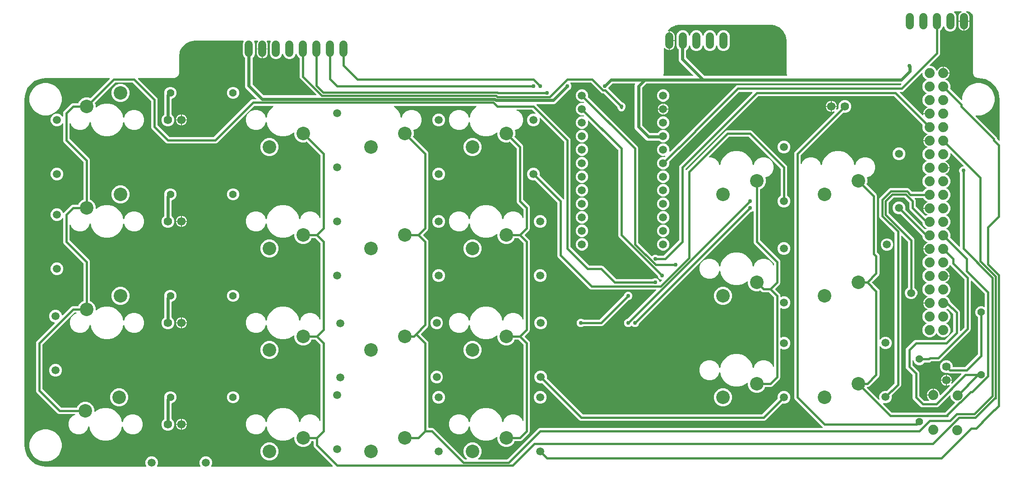
<source format=gbr>
G04 EAGLE Gerber RS-274X export*
G75*
%MOMM*%
%FSLAX34Y34*%
%LPD*%
%INTop Copper*%
%IPPOS*%
%AMOC8*
5,1,8,0,0,1.08239X$1,22.5*%
G01*
G04 Define Apertures*
%ADD10C,1.581000*%
%ADD11C,1.524000*%
%ADD12C,1.879600*%
%ADD13C,1.430000*%
%ADD14C,1.508000*%
%ADD15C,2.540000*%
%ADD16C,0.609600*%
%ADD17C,0.756400*%
%ADD18C,0.406400*%
G36*
X1839235Y-127895D02*
X1838840Y-127982D01*
X1838443Y-127908D01*
X1838106Y-127685D01*
X1835194Y-124773D01*
X1834976Y-124450D01*
X1834896Y-124054D01*
X1834896Y-123114D01*
X1833968Y-120873D01*
X1794920Y-81826D01*
X1794784Y-81657D01*
X1794637Y-81280D01*
X1794649Y-80876D01*
X1794818Y-80508D01*
X1795117Y-80236D01*
X1795498Y-80101D01*
X1795902Y-80126D01*
X1796029Y-80160D01*
X1803971Y-80160D01*
X1811641Y-78105D01*
X1818519Y-74134D01*
X1824134Y-68519D01*
X1828105Y-61641D01*
X1830160Y-53971D01*
X1830160Y-46029D01*
X1828105Y-38359D01*
X1824134Y-31481D01*
X1818519Y-25866D01*
X1811641Y-21895D01*
X1803971Y-19840D01*
X1796029Y-19840D01*
X1788359Y-21895D01*
X1781481Y-25866D01*
X1775866Y-31481D01*
X1771895Y-38359D01*
X1769840Y-46029D01*
X1769840Y-50970D01*
X1769777Y-51321D01*
X1769565Y-51665D01*
X1769235Y-51899D01*
X1768840Y-51986D01*
X1768443Y-51912D01*
X1768106Y-51688D01*
X1747163Y-30745D01*
X1746949Y-30431D01*
X1746865Y-30035D01*
X1746942Y-29638D01*
X1747316Y-28736D01*
X1747316Y-23380D01*
X1745267Y-18432D01*
X1741480Y-14646D01*
X1738646Y-13472D01*
X1738346Y-13280D01*
X1738109Y-12952D01*
X1738019Y-12558D01*
X1738090Y-12159D01*
X1738311Y-11821D01*
X1738646Y-11595D01*
X1740616Y-10779D01*
X1743975Y-7420D01*
X1745792Y-3033D01*
X1745792Y-1420D01*
X1733092Y-1420D01*
X1733092Y11280D01*
X1731479Y11280D01*
X1727092Y9463D01*
X1723734Y6104D01*
X1722918Y4134D01*
X1722725Y3834D01*
X1722397Y3597D01*
X1722003Y3507D01*
X1721605Y3578D01*
X1721266Y3799D01*
X1721040Y4134D01*
X1719867Y6968D01*
X1716080Y10755D01*
X1711132Y12804D01*
X1709617Y12804D01*
X1709266Y12867D01*
X1708922Y13079D01*
X1708688Y13409D01*
X1708602Y13804D01*
X1708676Y14201D01*
X1708899Y14538D01*
X1726948Y32587D01*
X1727876Y34828D01*
X1727876Y77852D01*
X1727947Y78226D01*
X1728168Y78564D01*
X1728315Y78664D01*
X1731685Y82034D01*
X1733541Y86515D01*
X1733734Y86815D01*
X1734061Y87052D01*
X1734456Y87142D01*
X1734854Y87071D01*
X1735193Y86850D01*
X1735419Y86515D01*
X1737275Y82034D01*
X1740562Y78747D01*
X1744856Y76968D01*
X1749504Y76968D01*
X1753799Y78747D01*
X1757085Y82034D01*
X1758864Y86328D01*
X1758864Y106216D01*
X1757085Y110511D01*
X1754490Y113106D01*
X1754286Y113398D01*
X1754193Y113792D01*
X1754261Y114190D01*
X1754479Y114531D01*
X1754812Y114760D01*
X1755209Y114840D01*
X1767354Y114840D01*
X1767697Y114780D01*
X1768043Y114570D01*
X1768279Y114243D01*
X1768369Y113848D01*
X1768298Y113450D01*
X1768078Y113111D01*
X1767742Y112885D01*
X1766825Y112505D01*
X1763967Y109647D01*
X1762420Y105913D01*
X1762420Y97034D01*
X1782740Y97034D01*
X1782740Y105913D01*
X1781193Y109647D01*
X1778335Y112505D01*
X1777418Y112885D01*
X1777123Y113072D01*
X1776884Y113398D01*
X1776791Y113792D01*
X1776859Y114190D01*
X1777077Y114531D01*
X1777410Y114760D01*
X1777806Y114840D01*
X1780000Y114840D01*
X1780263Y114805D01*
X1784675Y113623D01*
X1785130Y113360D01*
X1788360Y110130D01*
X1788623Y109675D01*
X1789805Y105263D01*
X1789840Y105000D01*
X1789840Y-2021D01*
X1791387Y-5755D01*
X1794245Y-8613D01*
X1797979Y-10160D01*
X1800000Y-10160D01*
X1800159Y-10173D01*
X1812156Y-12073D01*
X1812459Y-12171D01*
X1823281Y-17685D01*
X1823539Y-17872D01*
X1832128Y-26461D01*
X1832315Y-26719D01*
X1837829Y-37541D01*
X1837927Y-37844D01*
X1839828Y-49841D01*
X1839840Y-50000D01*
X1839840Y-126966D01*
X1839777Y-127317D01*
X1839565Y-127661D01*
X1839235Y-127895D01*
G37*
%LPC*%
G36*
X1773342Y78492D02*
X1774601Y78492D01*
X1778335Y80039D01*
X1781193Y82897D01*
X1782740Y86631D01*
X1782740Y95510D01*
X1773342Y95510D01*
X1773342Y78492D01*
G37*
G36*
X1770559Y78492D02*
X1771818Y78492D01*
X1771818Y95510D01*
X1762420Y95510D01*
X1762420Y86631D01*
X1763967Y82897D01*
X1766825Y80039D01*
X1770559Y78492D01*
G37*
G36*
X1734616Y104D02*
X1745792Y104D01*
X1745792Y1717D01*
X1743975Y6104D01*
X1740616Y9463D01*
X1736229Y11280D01*
X1734616Y11280D01*
X1734616Y104D01*
G37*
%LPD*%
G36*
X1263982Y-6016D02*
X1263585Y-6096D01*
X1209993Y-6096D01*
X1209634Y-6031D01*
X1209292Y-5815D01*
X1209060Y-5484D01*
X1208977Y-5088D01*
X1209054Y-4691D01*
X1210160Y-2021D01*
X1210160Y45495D01*
X1210223Y45846D01*
X1210435Y46190D01*
X1210765Y46424D01*
X1211160Y46511D01*
X1211557Y46437D01*
X1211894Y46214D01*
X1214322Y43786D01*
X1218056Y42239D01*
X1219315Y42239D01*
X1219315Y77799D01*
X1218554Y77799D01*
X1218203Y77862D01*
X1217859Y78074D01*
X1217625Y78404D01*
X1217538Y78799D01*
X1217612Y79197D01*
X1217836Y79534D01*
X1222339Y84038D01*
X1222596Y84224D01*
X1230632Y88319D01*
X1230934Y88417D01*
X1239841Y89828D01*
X1240000Y89840D01*
X1410000Y89840D01*
X1410159Y89828D01*
X1419066Y88417D01*
X1419368Y88319D01*
X1427404Y84224D01*
X1427661Y84038D01*
X1434038Y77661D01*
X1434224Y77404D01*
X1438319Y69368D01*
X1438417Y69066D01*
X1439828Y60159D01*
X1439840Y60000D01*
X1439840Y-2021D01*
X1440946Y-4691D01*
X1441023Y-5048D01*
X1440955Y-5446D01*
X1440737Y-5787D01*
X1440404Y-6016D01*
X1440007Y-6096D01*
X1286575Y-6096D01*
X1286193Y-6022D01*
X1285856Y-5798D01*
X1252010Y28048D01*
X1251792Y28370D01*
X1251712Y28767D01*
X1251712Y41690D01*
X1251786Y42071D01*
X1252010Y42408D01*
X1255382Y45781D01*
X1257238Y50262D01*
X1257430Y50562D01*
X1257758Y50799D01*
X1258153Y50889D01*
X1258551Y50818D01*
X1258890Y50597D01*
X1259116Y50262D01*
X1260972Y45781D01*
X1264258Y42494D01*
X1268553Y40715D01*
X1273201Y40715D01*
X1277495Y42494D01*
X1280782Y45781D01*
X1282638Y50262D01*
X1282830Y50562D01*
X1283158Y50799D01*
X1283553Y50889D01*
X1283951Y50818D01*
X1284290Y50597D01*
X1284516Y50262D01*
X1286372Y45781D01*
X1289658Y42494D01*
X1293953Y40715D01*
X1298601Y40715D01*
X1302895Y42494D01*
X1306182Y45781D01*
X1308038Y50262D01*
X1308230Y50562D01*
X1308558Y50799D01*
X1308953Y50889D01*
X1309351Y50818D01*
X1309690Y50597D01*
X1309916Y50262D01*
X1311772Y45781D01*
X1315058Y42494D01*
X1319353Y40715D01*
X1324001Y40715D01*
X1328295Y42494D01*
X1331582Y45781D01*
X1333361Y50075D01*
X1333361Y69964D01*
X1331582Y74258D01*
X1328295Y77545D01*
X1324001Y79323D01*
X1319353Y79323D01*
X1315058Y77545D01*
X1311772Y74258D01*
X1309916Y69777D01*
X1309723Y69476D01*
X1309395Y69240D01*
X1309001Y69150D01*
X1308603Y69221D01*
X1308264Y69442D01*
X1308038Y69777D01*
X1306182Y74258D01*
X1302895Y77545D01*
X1298601Y79323D01*
X1293953Y79323D01*
X1289658Y77545D01*
X1286372Y74258D01*
X1284516Y69777D01*
X1284323Y69476D01*
X1283995Y69240D01*
X1283601Y69150D01*
X1283203Y69221D01*
X1282864Y69442D01*
X1282638Y69777D01*
X1280782Y74258D01*
X1277495Y77545D01*
X1273201Y79323D01*
X1268553Y79323D01*
X1264258Y77545D01*
X1260972Y74258D01*
X1259116Y69777D01*
X1258923Y69476D01*
X1258595Y69240D01*
X1258201Y69150D01*
X1257803Y69221D01*
X1257464Y69442D01*
X1257238Y69777D01*
X1255382Y74258D01*
X1252095Y77545D01*
X1247801Y79323D01*
X1243153Y79323D01*
X1238858Y77545D01*
X1235572Y74258D01*
X1233793Y69964D01*
X1233793Y50075D01*
X1235572Y45781D01*
X1237190Y44162D01*
X1237408Y43840D01*
X1237488Y43444D01*
X1237488Y23985D01*
X1238571Y21371D01*
X1264304Y-4362D01*
X1264508Y-4654D01*
X1264601Y-5048D01*
X1264533Y-5446D01*
X1264315Y-5787D01*
X1263982Y-6016D01*
G37*
%LPC*%
G36*
X1220839Y60781D02*
X1230237Y60781D01*
X1230237Y69660D01*
X1228690Y73395D01*
X1225832Y76253D01*
X1222098Y77799D01*
X1220839Y77799D01*
X1220839Y60781D01*
G37*
G36*
X1220839Y42239D02*
X1222098Y42239D01*
X1225832Y43786D01*
X1228690Y46644D01*
X1230237Y50379D01*
X1230237Y59257D01*
X1220839Y59257D01*
X1220839Y42239D01*
G37*
%LPD*%
G36*
X365750Y-120824D02*
X365354Y-120904D01*
X282346Y-120904D01*
X281965Y-120830D01*
X281627Y-120606D01*
X260394Y-99373D01*
X260176Y-99050D01*
X260096Y-98654D01*
X260096Y-49587D01*
X259168Y-47347D01*
X223715Y-11894D01*
X223511Y-11602D01*
X223418Y-11208D01*
X223486Y-10810D01*
X223704Y-10469D01*
X224038Y-10240D01*
X224434Y-10160D01*
X292021Y-10160D01*
X295755Y-8613D01*
X298613Y-5755D01*
X300160Y-2021D01*
X300160Y30000D01*
X300173Y30159D01*
X301583Y39066D01*
X301682Y39368D01*
X305776Y47404D01*
X305963Y47661D01*
X312339Y54038D01*
X312596Y54224D01*
X320632Y58319D01*
X320934Y58417D01*
X329841Y59828D01*
X330000Y59840D01*
X420309Y59840D01*
X420668Y59775D01*
X421011Y59559D01*
X421242Y59228D01*
X421325Y58832D01*
X421248Y58435D01*
X419557Y54352D01*
X419557Y34464D01*
X421336Y30169D01*
X423831Y27674D01*
X424048Y27352D01*
X424129Y26955D01*
X424129Y-26255D01*
X425212Y-28869D01*
X444720Y-48378D01*
X444924Y-48670D01*
X445017Y-49064D01*
X444949Y-49462D01*
X444731Y-49803D01*
X444398Y-50032D01*
X444001Y-50112D01*
X437879Y-50112D01*
X435639Y-51040D01*
X366073Y-120606D01*
X365750Y-120824D01*
G37*
%LPC*%
G36*
X399469Y-49314D02*
X403931Y-49314D01*
X408052Y-47607D01*
X411207Y-44452D01*
X412914Y-40331D01*
X412914Y-35869D01*
X411207Y-31748D01*
X408052Y-28593D01*
X403931Y-26886D01*
X399469Y-26886D01*
X395348Y-28593D01*
X392193Y-31748D01*
X390486Y-35869D01*
X390486Y-40331D01*
X392193Y-44452D01*
X395348Y-47607D01*
X399469Y-49314D01*
G37*
G36*
X277019Y-100869D02*
X281781Y-100869D01*
X286180Y-99047D01*
X289547Y-95680D01*
X291369Y-91281D01*
X291369Y-86519D01*
X289547Y-82120D01*
X286810Y-79383D01*
X286592Y-79061D01*
X286512Y-78664D01*
X286512Y-49918D01*
X286583Y-49544D01*
X286804Y-49205D01*
X287139Y-48979D01*
X290452Y-47607D01*
X293607Y-44452D01*
X295314Y-40331D01*
X295314Y-35869D01*
X293607Y-31748D01*
X290452Y-28593D01*
X286331Y-26886D01*
X281869Y-26886D01*
X277748Y-28593D01*
X274593Y-31748D01*
X272886Y-35869D01*
X272886Y-39740D01*
X272809Y-40128D01*
X272288Y-41385D01*
X272288Y-78664D01*
X272214Y-79046D01*
X271990Y-79383D01*
X269253Y-82120D01*
X267431Y-86519D01*
X267431Y-91281D01*
X269253Y-95680D01*
X272620Y-99047D01*
X277019Y-100869D01*
G37*
G36*
X294355Y-88138D02*
X304038Y-88138D01*
X304038Y-78455D01*
X302722Y-78455D01*
X298883Y-80045D01*
X295945Y-82983D01*
X294355Y-86822D01*
X294355Y-88138D01*
G37*
G36*
X305562Y-88138D02*
X315245Y-88138D01*
X315245Y-86822D01*
X313655Y-82983D01*
X310717Y-80045D01*
X306878Y-78455D01*
X305562Y-78455D01*
X305562Y-88138D01*
G37*
G36*
X305562Y-99345D02*
X306878Y-99345D01*
X310717Y-97755D01*
X313655Y-94817D01*
X315245Y-90978D01*
X315245Y-89662D01*
X305562Y-89662D01*
X305562Y-99345D01*
G37*
G36*
X302722Y-99345D02*
X304038Y-99345D01*
X304038Y-89662D01*
X294355Y-89662D01*
X294355Y-90978D01*
X295945Y-94817D01*
X298883Y-97755D01*
X302722Y-99345D01*
G37*
%LPD*%
G36*
X557312Y-42412D02*
X556915Y-42492D01*
X459371Y-42492D01*
X458989Y-42418D01*
X458652Y-42194D01*
X438650Y-22192D01*
X438433Y-21870D01*
X438353Y-21474D01*
X438353Y26955D01*
X438427Y27337D01*
X438650Y27674D01*
X441146Y30169D01*
X442925Y34464D01*
X442925Y54352D01*
X441233Y58435D01*
X441157Y58792D01*
X441224Y59190D01*
X441442Y59531D01*
X441776Y59760D01*
X442172Y59840D01*
X447632Y59840D01*
X447983Y59777D01*
X448327Y59565D01*
X448561Y59235D01*
X448648Y58840D01*
X448573Y58443D01*
X448350Y58106D01*
X448028Y57783D01*
X446481Y54049D01*
X446481Y45170D01*
X466801Y45170D01*
X466801Y54049D01*
X465254Y57783D01*
X464931Y58106D01*
X464727Y58398D01*
X464634Y58792D01*
X464702Y59190D01*
X464920Y59531D01*
X465253Y59760D01*
X465650Y59840D01*
X471109Y59840D01*
X471468Y59775D01*
X471811Y59559D01*
X472042Y59228D01*
X472125Y58832D01*
X472048Y58435D01*
X470357Y54352D01*
X470357Y34464D01*
X472136Y30169D01*
X475422Y26883D01*
X479717Y25104D01*
X484365Y25104D01*
X488659Y26883D01*
X491946Y30169D01*
X493802Y34650D01*
X493994Y34951D01*
X494322Y35187D01*
X494716Y35277D01*
X495115Y35206D01*
X495453Y34986D01*
X495679Y34650D01*
X497536Y30169D01*
X500822Y26883D01*
X505117Y25104D01*
X509765Y25104D01*
X514059Y26883D01*
X517346Y30169D01*
X519202Y34650D01*
X519394Y34951D01*
X519722Y35187D01*
X520116Y35277D01*
X520515Y35206D01*
X520853Y34986D01*
X521079Y34650D01*
X522936Y30169D01*
X526296Y26809D01*
X526436Y26717D01*
X526664Y26384D01*
X526745Y25987D01*
X526745Y-8556D01*
X527673Y-10797D01*
X557634Y-40758D01*
X557838Y-41050D01*
X557931Y-41444D01*
X557863Y-41842D01*
X557645Y-42183D01*
X557312Y-42412D01*
G37*
%LPC*%
G36*
X454620Y26628D02*
X455879Y26628D01*
X455879Y43646D01*
X446481Y43646D01*
X446481Y34767D01*
X448028Y31033D01*
X450886Y28175D01*
X454620Y26628D01*
G37*
G36*
X457403Y26628D02*
X458662Y26628D01*
X462396Y28175D01*
X465254Y31033D01*
X466801Y34767D01*
X466801Y43646D01*
X457403Y43646D01*
X457403Y26628D01*
G37*
%LPD*%
G36*
X1695911Y-80175D02*
X1695516Y-80262D01*
X1695119Y-80188D01*
X1694782Y-79965D01*
X1652717Y-37900D01*
X1652513Y-37608D01*
X1652420Y-37214D01*
X1652488Y-36816D01*
X1652706Y-36475D01*
X1653039Y-36246D01*
X1653436Y-36166D01*
X1656882Y-36166D01*
X1659123Y-35238D01*
X1693258Y-1103D01*
X1693550Y-899D01*
X1693944Y-806D01*
X1694342Y-874D01*
X1694683Y-1092D01*
X1694912Y-1425D01*
X1694992Y-1821D01*
X1694992Y-3336D01*
X1697042Y-8284D01*
X1700828Y-12071D01*
X1701671Y-12419D01*
X1701971Y-12612D01*
X1702208Y-12939D01*
X1702297Y-13334D01*
X1702227Y-13732D01*
X1702006Y-14071D01*
X1701671Y-14297D01*
X1700828Y-14646D01*
X1697042Y-18432D01*
X1694992Y-23380D01*
X1694992Y-28736D01*
X1697042Y-33684D01*
X1700828Y-37471D01*
X1701671Y-37819D01*
X1701971Y-38012D01*
X1702208Y-38339D01*
X1702297Y-38734D01*
X1702227Y-39132D01*
X1702006Y-39471D01*
X1701671Y-39697D01*
X1700828Y-40046D01*
X1697042Y-43832D01*
X1694992Y-48780D01*
X1694992Y-54136D01*
X1697042Y-59084D01*
X1700828Y-62871D01*
X1703662Y-64044D01*
X1703962Y-64236D01*
X1704199Y-64564D01*
X1704289Y-64959D01*
X1704218Y-65357D01*
X1703997Y-65695D01*
X1703662Y-65921D01*
X1701692Y-66737D01*
X1698334Y-70096D01*
X1696516Y-74483D01*
X1696516Y-76096D01*
X1709216Y-76096D01*
X1709216Y-77620D01*
X1696516Y-77620D01*
X1696516Y-79246D01*
X1696453Y-79597D01*
X1696241Y-79941D01*
X1695911Y-80175D01*
G37*
G36*
X238439Y-739760D02*
X238043Y-739840D01*
X50000Y-739840D01*
X49867Y-739831D01*
X39819Y-738508D01*
X39563Y-738440D01*
X30199Y-734561D01*
X29970Y-734429D01*
X21929Y-728259D01*
X21741Y-728071D01*
X15571Y-720031D01*
X15439Y-719801D01*
X11560Y-710437D01*
X11492Y-710181D01*
X10169Y-700133D01*
X10160Y-700000D01*
X10160Y-50000D01*
X10169Y-49867D01*
X11492Y-39819D01*
X11560Y-39563D01*
X15439Y-30199D01*
X15571Y-29970D01*
X21741Y-21929D01*
X21929Y-21741D01*
X29970Y-15571D01*
X30199Y-15439D01*
X39563Y-11560D01*
X39819Y-11492D01*
X49867Y-10169D01*
X50000Y-10160D01*
X169266Y-10160D01*
X169617Y-10223D01*
X169961Y-10435D01*
X170195Y-10765D01*
X170282Y-11160D01*
X170208Y-11557D01*
X169985Y-11894D01*
X134215Y-47664D01*
X133900Y-47878D01*
X133504Y-47962D01*
X133107Y-47885D01*
X130335Y-46736D01*
X123665Y-46736D01*
X117504Y-49288D01*
X112788Y-54004D01*
X111640Y-56777D01*
X111431Y-57095D01*
X111097Y-57324D01*
X110701Y-57404D01*
X100387Y-57404D01*
X98147Y-58332D01*
X83732Y-72747D01*
X82804Y-74987D01*
X82804Y-81641D01*
X82741Y-81992D01*
X82529Y-82336D01*
X82199Y-82570D01*
X81804Y-82657D01*
X81407Y-82582D01*
X81070Y-82359D01*
X77773Y-79063D01*
X73508Y-77296D01*
X68892Y-77296D01*
X64627Y-79063D01*
X61363Y-82327D01*
X59596Y-86592D01*
X59596Y-91208D01*
X61363Y-95473D01*
X64627Y-98737D01*
X68892Y-100504D01*
X73508Y-100504D01*
X77773Y-98737D01*
X81070Y-95441D01*
X81362Y-95237D01*
X81756Y-95144D01*
X82154Y-95212D01*
X82495Y-95430D01*
X82724Y-95763D01*
X82804Y-96159D01*
X82804Y-128213D01*
X83732Y-130453D01*
X120606Y-167327D01*
X120824Y-167650D01*
X120904Y-168046D01*
X120904Y-237701D01*
X120833Y-238075D01*
X120612Y-238414D01*
X120277Y-238640D01*
X117504Y-239788D01*
X112788Y-244504D01*
X111640Y-247277D01*
X111431Y-247595D01*
X111097Y-247824D01*
X110701Y-247904D01*
X100387Y-247904D01*
X98147Y-248832D01*
X83816Y-263163D01*
X83516Y-263371D01*
X83122Y-263461D01*
X82723Y-263390D01*
X82385Y-263169D01*
X82159Y-262834D01*
X81037Y-260127D01*
X77773Y-256863D01*
X73508Y-255096D01*
X68892Y-255096D01*
X64627Y-256863D01*
X61363Y-260127D01*
X59596Y-264392D01*
X59596Y-269008D01*
X61363Y-273273D01*
X64627Y-276537D01*
X68892Y-278304D01*
X73508Y-278304D01*
X77773Y-276537D01*
X81070Y-273241D01*
X81362Y-273037D01*
X81756Y-272944D01*
X82154Y-273012D01*
X82495Y-273230D01*
X82724Y-273563D01*
X82804Y-273959D01*
X82804Y-318713D01*
X83732Y-320953D01*
X120606Y-357827D01*
X120824Y-358150D01*
X120904Y-358546D01*
X120904Y-428201D01*
X120833Y-428575D01*
X120612Y-428914D01*
X120277Y-429140D01*
X117504Y-430288D01*
X112788Y-435004D01*
X111640Y-437777D01*
X111431Y-438095D01*
X111097Y-438324D01*
X110701Y-438404D01*
X100387Y-438404D01*
X98147Y-439332D01*
X81838Y-455641D01*
X81546Y-455845D01*
X81152Y-455938D01*
X80754Y-455870D01*
X80413Y-455652D01*
X80184Y-455318D01*
X80104Y-454922D01*
X80104Y-454892D01*
X78337Y-450627D01*
X75073Y-447363D01*
X70808Y-445596D01*
X66192Y-445596D01*
X61927Y-447363D01*
X58663Y-450627D01*
X56896Y-454892D01*
X56896Y-459508D01*
X58663Y-463773D01*
X61927Y-467037D01*
X66192Y-468804D01*
X66222Y-468804D01*
X66573Y-468867D01*
X66917Y-469079D01*
X67151Y-469409D01*
X67238Y-469804D01*
X67164Y-470201D01*
X66941Y-470538D01*
X32932Y-504547D01*
X32004Y-506787D01*
X32004Y-598113D01*
X32932Y-600353D01*
X72747Y-640168D01*
X74987Y-641096D01*
X104495Y-641096D01*
X104839Y-641156D01*
X105185Y-641366D01*
X105421Y-641693D01*
X105511Y-642088D01*
X105440Y-642486D01*
X105219Y-642825D01*
X104884Y-643051D01*
X101190Y-644581D01*
X95941Y-649830D01*
X93100Y-656688D01*
X93100Y-664112D01*
X95941Y-670970D01*
X101190Y-676219D01*
X108048Y-679060D01*
X115472Y-679060D01*
X122330Y-676219D01*
X127579Y-670970D01*
X130120Y-664835D01*
X130409Y-664443D01*
X130765Y-664251D01*
X131168Y-664214D01*
X131553Y-664336D01*
X131860Y-664599D01*
X132040Y-664961D01*
X133989Y-672234D01*
X138026Y-679226D01*
X143734Y-684934D01*
X150726Y-688971D01*
X158524Y-691060D01*
X166596Y-691060D01*
X174394Y-688971D01*
X181386Y-684934D01*
X187094Y-679226D01*
X191131Y-672234D01*
X193080Y-664961D01*
X193314Y-664535D01*
X193642Y-664298D01*
X194037Y-664208D01*
X194435Y-664279D01*
X194774Y-664500D01*
X195000Y-664835D01*
X197541Y-670970D01*
X202790Y-676219D01*
X209648Y-679060D01*
X217072Y-679060D01*
X223930Y-676219D01*
X229179Y-670970D01*
X232020Y-664112D01*
X232020Y-656688D01*
X229179Y-649830D01*
X223930Y-644581D01*
X217072Y-641740D01*
X209648Y-641740D01*
X202790Y-644581D01*
X197541Y-649830D01*
X195000Y-655965D01*
X194711Y-656357D01*
X194355Y-656549D01*
X193952Y-656586D01*
X193567Y-656464D01*
X193260Y-656201D01*
X193080Y-655839D01*
X191131Y-648566D01*
X187094Y-641574D01*
X181386Y-635866D01*
X174394Y-631829D01*
X166596Y-629740D01*
X158524Y-629740D01*
X150726Y-631829D01*
X143734Y-635866D01*
X142958Y-636642D01*
X142666Y-636846D01*
X142272Y-636939D01*
X141874Y-636871D01*
X141533Y-636653D01*
X141304Y-636320D01*
X141224Y-635923D01*
X141224Y-631665D01*
X138672Y-625504D01*
X133956Y-620788D01*
X127795Y-618236D01*
X121125Y-618236D01*
X114964Y-620788D01*
X110248Y-625504D01*
X109100Y-628277D01*
X108891Y-628595D01*
X108557Y-628824D01*
X108161Y-628904D01*
X79146Y-628904D01*
X78765Y-628830D01*
X78427Y-628606D01*
X44494Y-594673D01*
X44276Y-594350D01*
X44196Y-593954D01*
X44196Y-510946D01*
X44270Y-510565D01*
X44494Y-510227D01*
X103827Y-450894D01*
X104150Y-450676D01*
X104546Y-450596D01*
X107035Y-450596D01*
X107379Y-450656D01*
X107725Y-450866D01*
X107961Y-451193D01*
X108051Y-451588D01*
X107980Y-451986D01*
X107759Y-452325D01*
X107424Y-452551D01*
X103730Y-454081D01*
X98481Y-459330D01*
X95640Y-466188D01*
X95640Y-473612D01*
X98481Y-480470D01*
X103730Y-485719D01*
X110588Y-488560D01*
X118012Y-488560D01*
X124870Y-485719D01*
X130119Y-480470D01*
X132660Y-474335D01*
X132949Y-473943D01*
X133305Y-473751D01*
X133708Y-473714D01*
X134093Y-473836D01*
X134400Y-474099D01*
X134580Y-474461D01*
X136529Y-481734D01*
X140566Y-488726D01*
X146274Y-494434D01*
X153266Y-498471D01*
X161064Y-500560D01*
X169136Y-500560D01*
X176934Y-498471D01*
X183926Y-494434D01*
X189634Y-488726D01*
X193671Y-481734D01*
X195620Y-474461D01*
X195854Y-474035D01*
X196182Y-473798D01*
X196577Y-473708D01*
X196975Y-473779D01*
X197314Y-474000D01*
X197540Y-474335D01*
X200081Y-480470D01*
X205330Y-485719D01*
X212188Y-488560D01*
X219612Y-488560D01*
X226470Y-485719D01*
X231719Y-480470D01*
X234560Y-473612D01*
X234560Y-466188D01*
X231719Y-459330D01*
X226470Y-454081D01*
X219612Y-451240D01*
X212188Y-451240D01*
X205330Y-454081D01*
X200081Y-459330D01*
X197540Y-465465D01*
X197251Y-465857D01*
X196895Y-466049D01*
X196492Y-466086D01*
X196107Y-465964D01*
X195800Y-465701D01*
X195620Y-465339D01*
X193671Y-458066D01*
X189634Y-451074D01*
X183926Y-445366D01*
X176934Y-441329D01*
X169136Y-439240D01*
X161064Y-439240D01*
X153266Y-441329D01*
X146274Y-445366D01*
X145498Y-446142D01*
X145206Y-446346D01*
X144812Y-446439D01*
X144414Y-446371D01*
X144073Y-446153D01*
X143844Y-445820D01*
X143764Y-445423D01*
X143764Y-441165D01*
X141212Y-435004D01*
X136496Y-430288D01*
X133723Y-429140D01*
X133405Y-428931D01*
X133176Y-428597D01*
X133096Y-428201D01*
X133096Y-354387D01*
X132168Y-352147D01*
X95294Y-315273D01*
X95076Y-314950D01*
X94996Y-314554D01*
X94996Y-286665D01*
X95056Y-286321D01*
X95266Y-285976D01*
X95593Y-285739D01*
X95988Y-285649D01*
X96386Y-285720D01*
X96725Y-285941D01*
X96951Y-286276D01*
X98481Y-289970D01*
X103730Y-295219D01*
X110588Y-298060D01*
X118012Y-298060D01*
X124870Y-295219D01*
X130119Y-289970D01*
X132660Y-283835D01*
X132949Y-283443D01*
X133305Y-283251D01*
X133708Y-283214D01*
X134093Y-283336D01*
X134400Y-283599D01*
X134580Y-283961D01*
X136529Y-291234D01*
X140566Y-298226D01*
X146274Y-303934D01*
X153266Y-307971D01*
X161064Y-310060D01*
X169136Y-310060D01*
X176934Y-307971D01*
X183926Y-303934D01*
X189634Y-298226D01*
X193671Y-291234D01*
X195620Y-283961D01*
X195854Y-283535D01*
X196182Y-283298D01*
X196577Y-283208D01*
X196975Y-283279D01*
X197314Y-283500D01*
X197540Y-283835D01*
X200081Y-289970D01*
X205330Y-295219D01*
X212188Y-298060D01*
X219612Y-298060D01*
X226470Y-295219D01*
X231719Y-289970D01*
X234560Y-283112D01*
X234560Y-275688D01*
X231719Y-268830D01*
X226470Y-263581D01*
X219612Y-260740D01*
X212188Y-260740D01*
X205330Y-263581D01*
X200081Y-268830D01*
X197540Y-274965D01*
X197251Y-275357D01*
X196895Y-275549D01*
X196492Y-275586D01*
X196107Y-275464D01*
X195800Y-275201D01*
X195620Y-274839D01*
X193671Y-267566D01*
X189634Y-260574D01*
X183926Y-254866D01*
X176934Y-250829D01*
X169136Y-248740D01*
X161064Y-248740D01*
X153266Y-250829D01*
X146274Y-254866D01*
X145498Y-255642D01*
X145206Y-255846D01*
X144812Y-255939D01*
X144414Y-255871D01*
X144073Y-255653D01*
X143844Y-255320D01*
X143764Y-254923D01*
X143764Y-250665D01*
X141212Y-244504D01*
X136496Y-239788D01*
X133723Y-238640D01*
X133405Y-238431D01*
X133176Y-238097D01*
X133096Y-237701D01*
X133096Y-163887D01*
X132168Y-161647D01*
X95294Y-124773D01*
X95076Y-124450D01*
X94996Y-124054D01*
X94996Y-96165D01*
X95056Y-95821D01*
X95266Y-95476D01*
X95593Y-95239D01*
X95988Y-95149D01*
X96386Y-95220D01*
X96725Y-95441D01*
X96951Y-95776D01*
X98481Y-99470D01*
X103730Y-104719D01*
X110588Y-107560D01*
X118012Y-107560D01*
X124870Y-104719D01*
X130119Y-99470D01*
X132660Y-93335D01*
X132949Y-92943D01*
X133305Y-92751D01*
X133708Y-92714D01*
X134093Y-92836D01*
X134400Y-93099D01*
X134580Y-93461D01*
X136529Y-100734D01*
X140566Y-107726D01*
X146274Y-113434D01*
X153266Y-117471D01*
X161064Y-119560D01*
X169136Y-119560D01*
X176934Y-117471D01*
X183926Y-113434D01*
X189634Y-107726D01*
X193671Y-100734D01*
X195620Y-93461D01*
X195854Y-93035D01*
X196182Y-92798D01*
X196577Y-92708D01*
X196975Y-92779D01*
X197314Y-93000D01*
X197540Y-93335D01*
X200081Y-99470D01*
X205330Y-104719D01*
X212188Y-107560D01*
X219612Y-107560D01*
X226470Y-104719D01*
X231719Y-99470D01*
X234560Y-92612D01*
X234560Y-85188D01*
X231719Y-78330D01*
X226470Y-73081D01*
X219612Y-70240D01*
X212188Y-70240D01*
X205330Y-73081D01*
X200081Y-78330D01*
X197540Y-84465D01*
X197251Y-84857D01*
X196895Y-85049D01*
X196492Y-85086D01*
X196107Y-84964D01*
X195800Y-84701D01*
X195620Y-84339D01*
X193671Y-77066D01*
X189634Y-70074D01*
X183926Y-64366D01*
X176934Y-60329D01*
X169136Y-58240D01*
X161064Y-58240D01*
X153266Y-60329D01*
X146274Y-64366D01*
X145498Y-65142D01*
X145206Y-65346D01*
X144812Y-65439D01*
X144414Y-65371D01*
X144073Y-65153D01*
X143844Y-64820D01*
X143764Y-64423D01*
X143764Y-60165D01*
X142615Y-57393D01*
X142538Y-57020D01*
X142612Y-56622D01*
X142836Y-56285D01*
X180027Y-19094D01*
X180350Y-18876D01*
X180746Y-18796D01*
X212954Y-18796D01*
X213335Y-18870D01*
X213673Y-19094D01*
X247606Y-53027D01*
X247824Y-53350D01*
X247904Y-53746D01*
X247904Y-102813D01*
X248832Y-105053D01*
X275947Y-132168D01*
X278187Y-133096D01*
X369513Y-133096D01*
X371753Y-132168D01*
X441319Y-62602D01*
X441642Y-62384D01*
X442038Y-62304D01*
X476254Y-62304D01*
X476470Y-62327D01*
X476840Y-62490D01*
X477117Y-62784D01*
X477258Y-63163D01*
X477239Y-63567D01*
X477065Y-63932D01*
X476762Y-64200D01*
X476474Y-64366D01*
X470766Y-70074D01*
X466729Y-77066D01*
X464780Y-84339D01*
X464546Y-84766D01*
X464218Y-85002D01*
X463823Y-85092D01*
X463425Y-85021D01*
X463086Y-84800D01*
X462860Y-84465D01*
X460319Y-78330D01*
X455070Y-73081D01*
X448212Y-70240D01*
X440788Y-70240D01*
X433930Y-73081D01*
X428681Y-78330D01*
X425840Y-85188D01*
X425840Y-92612D01*
X428681Y-99470D01*
X433930Y-104719D01*
X440788Y-107560D01*
X448212Y-107560D01*
X455070Y-104719D01*
X460319Y-99470D01*
X462860Y-93335D01*
X463149Y-92943D01*
X463505Y-92751D01*
X463908Y-92714D01*
X464293Y-92836D01*
X464600Y-93099D01*
X464780Y-93461D01*
X466729Y-100734D01*
X470766Y-107726D01*
X476474Y-113434D01*
X483466Y-117471D01*
X491264Y-119560D01*
X499336Y-119560D01*
X507134Y-117471D01*
X514126Y-113434D01*
X514902Y-112658D01*
X515194Y-112454D01*
X515588Y-112361D01*
X515986Y-112429D01*
X516327Y-112647D01*
X516556Y-112980D01*
X516636Y-113377D01*
X516636Y-117635D01*
X519188Y-123796D01*
X523904Y-128512D01*
X530065Y-131064D01*
X536735Y-131064D01*
X539507Y-129915D01*
X539880Y-129838D01*
X540278Y-129912D01*
X540615Y-130136D01*
X565106Y-154627D01*
X565324Y-154950D01*
X565404Y-155346D01*
X565404Y-272135D01*
X565344Y-272479D01*
X565134Y-272825D01*
X564807Y-273061D01*
X564412Y-273151D01*
X564014Y-273080D01*
X563675Y-272859D01*
X563449Y-272524D01*
X561919Y-268830D01*
X556670Y-263581D01*
X549812Y-260740D01*
X542388Y-260740D01*
X535530Y-263581D01*
X530281Y-268830D01*
X527740Y-274965D01*
X527451Y-275357D01*
X527095Y-275549D01*
X526692Y-275586D01*
X526307Y-275464D01*
X526000Y-275201D01*
X525820Y-274839D01*
X523871Y-267566D01*
X519834Y-260574D01*
X514126Y-254866D01*
X507134Y-250829D01*
X499336Y-248740D01*
X491264Y-248740D01*
X483466Y-250829D01*
X476474Y-254866D01*
X470766Y-260574D01*
X466729Y-267566D01*
X464780Y-274839D01*
X464546Y-275266D01*
X464218Y-275502D01*
X463823Y-275592D01*
X463425Y-275521D01*
X463086Y-275300D01*
X462860Y-274965D01*
X460319Y-268830D01*
X455070Y-263581D01*
X448212Y-260740D01*
X440788Y-260740D01*
X433930Y-263581D01*
X428681Y-268830D01*
X425840Y-275688D01*
X425840Y-283112D01*
X428681Y-289970D01*
X433930Y-295219D01*
X440788Y-298060D01*
X448212Y-298060D01*
X455070Y-295219D01*
X460319Y-289970D01*
X462860Y-283835D01*
X463149Y-283443D01*
X463505Y-283251D01*
X463908Y-283214D01*
X464293Y-283336D01*
X464600Y-283599D01*
X464780Y-283961D01*
X466729Y-291234D01*
X470766Y-298226D01*
X476474Y-303934D01*
X483466Y-307971D01*
X491264Y-310060D01*
X499336Y-310060D01*
X507134Y-307971D01*
X514126Y-303934D01*
X514902Y-303158D01*
X515194Y-302954D01*
X515588Y-302861D01*
X515986Y-302929D01*
X516327Y-303147D01*
X516556Y-303480D01*
X516636Y-303877D01*
X516636Y-308135D01*
X519188Y-314296D01*
X523904Y-319012D01*
X530065Y-321564D01*
X536735Y-321564D01*
X542896Y-319012D01*
X547612Y-314296D01*
X548760Y-311523D01*
X548969Y-311205D01*
X549303Y-310976D01*
X549699Y-310896D01*
X555854Y-310896D01*
X556235Y-310970D01*
X556573Y-311194D01*
X565106Y-319727D01*
X565324Y-320050D01*
X565404Y-320446D01*
X565404Y-462635D01*
X565344Y-462979D01*
X565134Y-463325D01*
X564807Y-463561D01*
X564412Y-463651D01*
X564014Y-463580D01*
X563675Y-463359D01*
X563449Y-463024D01*
X561919Y-459330D01*
X556670Y-454081D01*
X549812Y-451240D01*
X542388Y-451240D01*
X535530Y-454081D01*
X530281Y-459330D01*
X527740Y-465465D01*
X527451Y-465857D01*
X527095Y-466049D01*
X526692Y-466086D01*
X526307Y-465964D01*
X526000Y-465701D01*
X525820Y-465339D01*
X523871Y-458066D01*
X519834Y-451074D01*
X514126Y-445366D01*
X507134Y-441329D01*
X499336Y-439240D01*
X491264Y-439240D01*
X483466Y-441329D01*
X476474Y-445366D01*
X470766Y-451074D01*
X466729Y-458066D01*
X464780Y-465339D01*
X464546Y-465766D01*
X464218Y-466002D01*
X463823Y-466092D01*
X463425Y-466021D01*
X463086Y-465800D01*
X462860Y-465465D01*
X460319Y-459330D01*
X455070Y-454081D01*
X448212Y-451240D01*
X440788Y-451240D01*
X433930Y-454081D01*
X428681Y-459330D01*
X425840Y-466188D01*
X425840Y-473612D01*
X428681Y-480470D01*
X433930Y-485719D01*
X440788Y-488560D01*
X448212Y-488560D01*
X455070Y-485719D01*
X460319Y-480470D01*
X462860Y-474335D01*
X463149Y-473943D01*
X463505Y-473751D01*
X463908Y-473714D01*
X464293Y-473836D01*
X464600Y-474099D01*
X464780Y-474461D01*
X466729Y-481734D01*
X470766Y-488726D01*
X476474Y-494434D01*
X483466Y-498471D01*
X491264Y-500560D01*
X499336Y-500560D01*
X507134Y-498471D01*
X514126Y-494434D01*
X514902Y-493658D01*
X515194Y-493454D01*
X515588Y-493361D01*
X515986Y-493429D01*
X516327Y-493647D01*
X516556Y-493980D01*
X516636Y-494377D01*
X516636Y-498635D01*
X519188Y-504796D01*
X523904Y-509512D01*
X530065Y-512064D01*
X536735Y-512064D01*
X542896Y-509512D01*
X547612Y-504796D01*
X548760Y-502023D01*
X548969Y-501705D01*
X549303Y-501476D01*
X549699Y-501396D01*
X555854Y-501396D01*
X556235Y-501470D01*
X556573Y-501694D01*
X565106Y-510227D01*
X565324Y-510550D01*
X565404Y-510946D01*
X565404Y-653135D01*
X565344Y-653479D01*
X565134Y-653825D01*
X564807Y-654061D01*
X564412Y-654151D01*
X564014Y-654080D01*
X563675Y-653859D01*
X563449Y-653524D01*
X561919Y-649830D01*
X556670Y-644581D01*
X549812Y-641740D01*
X542388Y-641740D01*
X535530Y-644581D01*
X530281Y-649830D01*
X527740Y-655965D01*
X527451Y-656357D01*
X527095Y-656549D01*
X526692Y-656586D01*
X526307Y-656464D01*
X526000Y-656201D01*
X525820Y-655839D01*
X523871Y-648566D01*
X519834Y-641574D01*
X514126Y-635866D01*
X507134Y-631829D01*
X499336Y-629740D01*
X491264Y-629740D01*
X483466Y-631829D01*
X476474Y-635866D01*
X470766Y-641574D01*
X466729Y-648566D01*
X464780Y-655839D01*
X464546Y-656266D01*
X464218Y-656502D01*
X463823Y-656592D01*
X463425Y-656521D01*
X463086Y-656300D01*
X462860Y-655965D01*
X460319Y-649830D01*
X455070Y-644581D01*
X448212Y-641740D01*
X440788Y-641740D01*
X433930Y-644581D01*
X428681Y-649830D01*
X425840Y-656688D01*
X425840Y-664112D01*
X428681Y-670970D01*
X433930Y-676219D01*
X440788Y-679060D01*
X448212Y-679060D01*
X455070Y-676219D01*
X460319Y-670970D01*
X462860Y-664835D01*
X463149Y-664443D01*
X463505Y-664251D01*
X463908Y-664214D01*
X464293Y-664336D01*
X464600Y-664599D01*
X464780Y-664961D01*
X466729Y-672234D01*
X470766Y-679226D01*
X476474Y-684934D01*
X483466Y-688971D01*
X491264Y-691060D01*
X499336Y-691060D01*
X507134Y-688971D01*
X514126Y-684934D01*
X514902Y-684158D01*
X515194Y-683954D01*
X515588Y-683861D01*
X515986Y-683929D01*
X516327Y-684147D01*
X516556Y-684480D01*
X516636Y-684877D01*
X516636Y-689135D01*
X519188Y-695296D01*
X523904Y-700012D01*
X530065Y-702564D01*
X536735Y-702564D01*
X542896Y-700012D01*
X547612Y-695296D01*
X548760Y-692523D01*
X548969Y-692205D01*
X549303Y-691976D01*
X549699Y-691896D01*
X551688Y-691896D01*
X552054Y-691964D01*
X552395Y-692182D01*
X552624Y-692516D01*
X552704Y-692912D01*
X552704Y-700921D01*
X553632Y-703161D01*
X588577Y-738106D01*
X588781Y-738398D01*
X588874Y-738792D01*
X588806Y-739190D01*
X588588Y-739531D01*
X588254Y-739760D01*
X587858Y-739840D01*
X361557Y-739840D01*
X361199Y-739775D01*
X360856Y-739559D01*
X360625Y-739228D01*
X360542Y-738832D01*
X360619Y-738435D01*
X362204Y-734608D01*
X362204Y-729992D01*
X360437Y-725727D01*
X357173Y-722463D01*
X352908Y-720696D01*
X348292Y-720696D01*
X344027Y-722463D01*
X340763Y-725727D01*
X338996Y-729992D01*
X338996Y-734608D01*
X340581Y-738435D01*
X340658Y-738792D01*
X340590Y-739190D01*
X340372Y-739531D01*
X340039Y-739760D01*
X339643Y-739840D01*
X259957Y-739840D01*
X259599Y-739775D01*
X259256Y-739559D01*
X259025Y-739228D01*
X258942Y-738832D01*
X259019Y-738435D01*
X260604Y-734608D01*
X260604Y-729992D01*
X258837Y-725727D01*
X255573Y-722463D01*
X251308Y-720696D01*
X246692Y-720696D01*
X242427Y-722463D01*
X239163Y-725727D01*
X237396Y-729992D01*
X237396Y-734608D01*
X238981Y-738435D01*
X239058Y-738792D01*
X238990Y-739190D01*
X238772Y-739531D01*
X238439Y-739760D01*
G37*
%LPC*%
G36*
X46029Y-80160D02*
X53971Y-80160D01*
X61641Y-78105D01*
X68519Y-74134D01*
X74134Y-68519D01*
X78105Y-61641D01*
X80160Y-53971D01*
X80160Y-46029D01*
X78105Y-38359D01*
X74134Y-31481D01*
X68519Y-25866D01*
X61641Y-21895D01*
X53971Y-19840D01*
X46029Y-19840D01*
X38359Y-21895D01*
X31481Y-25866D01*
X25866Y-31481D01*
X21895Y-38359D01*
X19840Y-46029D01*
X19840Y-53971D01*
X21895Y-61641D01*
X25866Y-68519D01*
X31481Y-74134D01*
X38359Y-78105D01*
X46029Y-80160D01*
G37*
G36*
X187165Y-54864D02*
X193835Y-54864D01*
X199996Y-52312D01*
X204712Y-47596D01*
X207264Y-41435D01*
X207264Y-34765D01*
X204712Y-28604D01*
X199996Y-23888D01*
X193835Y-21336D01*
X187165Y-21336D01*
X181004Y-23888D01*
X176288Y-28604D01*
X173736Y-34765D01*
X173736Y-41435D01*
X176288Y-47596D01*
X181004Y-52312D01*
X187165Y-54864D01*
G37*
G36*
X466565Y-156464D02*
X473235Y-156464D01*
X479396Y-153912D01*
X484112Y-149196D01*
X486664Y-143035D01*
X486664Y-136365D01*
X484112Y-130204D01*
X479396Y-125488D01*
X473235Y-122936D01*
X466565Y-122936D01*
X460404Y-125488D01*
X455688Y-130204D01*
X453136Y-136365D01*
X453136Y-143035D01*
X455688Y-149196D01*
X460404Y-153912D01*
X466565Y-156464D01*
G37*
G36*
X68892Y-202104D02*
X73508Y-202104D01*
X77773Y-200337D01*
X81037Y-197073D01*
X82804Y-192808D01*
X82804Y-188192D01*
X81037Y-183927D01*
X77773Y-180663D01*
X73508Y-178896D01*
X68892Y-178896D01*
X64627Y-180663D01*
X61363Y-183927D01*
X59596Y-188192D01*
X59596Y-192808D01*
X61363Y-197073D01*
X64627Y-200337D01*
X68892Y-202104D01*
G37*
G36*
X187165Y-245364D02*
X193835Y-245364D01*
X199996Y-242812D01*
X204712Y-238096D01*
X207264Y-231935D01*
X207264Y-225265D01*
X204712Y-219104D01*
X199996Y-214388D01*
X193835Y-211836D01*
X187165Y-211836D01*
X181004Y-214388D01*
X176288Y-219104D01*
X173736Y-225265D01*
X173736Y-231935D01*
X176288Y-238096D01*
X181004Y-242812D01*
X187165Y-245364D01*
G37*
G36*
X399469Y-239814D02*
X403931Y-239814D01*
X408052Y-238107D01*
X411207Y-234952D01*
X412914Y-230831D01*
X412914Y-226369D01*
X411207Y-222248D01*
X408052Y-219093D01*
X403931Y-217386D01*
X399469Y-217386D01*
X395348Y-219093D01*
X392193Y-222248D01*
X390486Y-226369D01*
X390486Y-230831D01*
X392193Y-234952D01*
X395348Y-238107D01*
X399469Y-239814D01*
G37*
G36*
X277019Y-291369D02*
X281781Y-291369D01*
X286180Y-289547D01*
X289547Y-286180D01*
X291369Y-281781D01*
X291369Y-277019D01*
X289547Y-272620D01*
X286810Y-269883D01*
X286592Y-269561D01*
X286512Y-269164D01*
X286512Y-240418D01*
X286583Y-240044D01*
X286804Y-239705D01*
X287139Y-239479D01*
X290452Y-238107D01*
X293607Y-234952D01*
X295314Y-230831D01*
X295314Y-226369D01*
X293607Y-222248D01*
X290452Y-219093D01*
X286331Y-217386D01*
X281869Y-217386D01*
X277748Y-219093D01*
X274593Y-222248D01*
X272886Y-226369D01*
X272886Y-230240D01*
X272809Y-230628D01*
X272288Y-231885D01*
X272288Y-269164D01*
X272214Y-269546D01*
X271990Y-269883D01*
X269253Y-272620D01*
X267431Y-277019D01*
X267431Y-281781D01*
X269253Y-286180D01*
X272620Y-289547D01*
X277019Y-291369D01*
G37*
G36*
X305562Y-278638D02*
X315245Y-278638D01*
X315245Y-277322D01*
X313655Y-273483D01*
X310717Y-270545D01*
X306878Y-268955D01*
X305562Y-268955D01*
X305562Y-278638D01*
G37*
G36*
X294355Y-278638D02*
X304038Y-278638D01*
X304038Y-268955D01*
X302722Y-268955D01*
X298883Y-270545D01*
X295945Y-273483D01*
X294355Y-277322D01*
X294355Y-278638D01*
G37*
G36*
X302722Y-289845D02*
X304038Y-289845D01*
X304038Y-280162D01*
X294355Y-280162D01*
X294355Y-281478D01*
X295945Y-285317D01*
X298883Y-288255D01*
X302722Y-289845D01*
G37*
G36*
X305562Y-289845D02*
X306878Y-289845D01*
X310717Y-288255D01*
X313655Y-285317D01*
X315245Y-281478D01*
X315245Y-280162D01*
X305562Y-280162D01*
X305562Y-289845D01*
G37*
G36*
X466565Y-346964D02*
X473235Y-346964D01*
X479396Y-344412D01*
X484112Y-339696D01*
X486664Y-333535D01*
X486664Y-326865D01*
X484112Y-320704D01*
X479396Y-315988D01*
X473235Y-313436D01*
X466565Y-313436D01*
X460404Y-315988D01*
X455688Y-320704D01*
X453136Y-326865D01*
X453136Y-333535D01*
X455688Y-339696D01*
X460404Y-344412D01*
X466565Y-346964D01*
G37*
G36*
X68892Y-379904D02*
X73508Y-379904D01*
X77773Y-378137D01*
X81037Y-374873D01*
X82804Y-370608D01*
X82804Y-365992D01*
X81037Y-361727D01*
X77773Y-358463D01*
X73508Y-356696D01*
X68892Y-356696D01*
X64627Y-358463D01*
X61363Y-361727D01*
X59596Y-365992D01*
X59596Y-370608D01*
X61363Y-374873D01*
X64627Y-378137D01*
X68892Y-379904D01*
G37*
G36*
X187165Y-435864D02*
X193835Y-435864D01*
X199996Y-433312D01*
X204712Y-428596D01*
X207264Y-422435D01*
X207264Y-415765D01*
X204712Y-409604D01*
X199996Y-404888D01*
X193835Y-402336D01*
X187165Y-402336D01*
X181004Y-404888D01*
X176288Y-409604D01*
X173736Y-415765D01*
X173736Y-422435D01*
X176288Y-428596D01*
X181004Y-433312D01*
X187165Y-435864D01*
G37*
G36*
X277019Y-481869D02*
X281781Y-481869D01*
X286180Y-480047D01*
X289547Y-476680D01*
X291369Y-472281D01*
X291369Y-467519D01*
X289547Y-463120D01*
X286810Y-460383D01*
X286592Y-460061D01*
X286512Y-459664D01*
X286512Y-430918D01*
X286583Y-430544D01*
X286804Y-430205D01*
X287139Y-429979D01*
X290452Y-428607D01*
X293607Y-425452D01*
X295314Y-421331D01*
X295314Y-416869D01*
X293607Y-412748D01*
X290452Y-409593D01*
X286331Y-407886D01*
X281869Y-407886D01*
X277748Y-409593D01*
X274593Y-412748D01*
X272886Y-416869D01*
X272886Y-420740D01*
X272809Y-421128D01*
X272288Y-422385D01*
X272288Y-459664D01*
X272214Y-460046D01*
X271990Y-460383D01*
X269253Y-463120D01*
X267431Y-467519D01*
X267431Y-472281D01*
X269253Y-476680D01*
X272620Y-480047D01*
X277019Y-481869D01*
G37*
G36*
X399469Y-430314D02*
X403931Y-430314D01*
X408052Y-428607D01*
X411207Y-425452D01*
X412914Y-421331D01*
X412914Y-416869D01*
X411207Y-412748D01*
X408052Y-409593D01*
X403931Y-407886D01*
X399469Y-407886D01*
X395348Y-409593D01*
X392193Y-412748D01*
X390486Y-416869D01*
X390486Y-421331D01*
X392193Y-425452D01*
X395348Y-428607D01*
X399469Y-430314D01*
G37*
G36*
X294355Y-469138D02*
X304038Y-469138D01*
X304038Y-459455D01*
X302722Y-459455D01*
X298883Y-461045D01*
X295945Y-463983D01*
X294355Y-467822D01*
X294355Y-469138D01*
G37*
G36*
X305562Y-469138D02*
X315245Y-469138D01*
X315245Y-467822D01*
X313655Y-463983D01*
X310717Y-461045D01*
X306878Y-459455D01*
X305562Y-459455D01*
X305562Y-469138D01*
G37*
G36*
X305562Y-480345D02*
X306878Y-480345D01*
X310717Y-478755D01*
X313655Y-475817D01*
X315245Y-471978D01*
X315245Y-470662D01*
X305562Y-470662D01*
X305562Y-480345D01*
G37*
G36*
X302722Y-480345D02*
X304038Y-480345D01*
X304038Y-470662D01*
X294355Y-470662D01*
X294355Y-471978D01*
X295945Y-475817D01*
X298883Y-478755D01*
X302722Y-480345D01*
G37*
G36*
X466565Y-537464D02*
X473235Y-537464D01*
X479396Y-534912D01*
X484112Y-530196D01*
X486664Y-524035D01*
X486664Y-517365D01*
X484112Y-511204D01*
X479396Y-506488D01*
X473235Y-503936D01*
X466565Y-503936D01*
X460404Y-506488D01*
X455688Y-511204D01*
X453136Y-517365D01*
X453136Y-524035D01*
X455688Y-530196D01*
X460404Y-534912D01*
X466565Y-537464D01*
G37*
G36*
X66192Y-570404D02*
X70808Y-570404D01*
X75073Y-568637D01*
X78337Y-565373D01*
X80104Y-561108D01*
X80104Y-556492D01*
X78337Y-552227D01*
X75073Y-548963D01*
X70808Y-547196D01*
X66192Y-547196D01*
X61927Y-548963D01*
X58663Y-552227D01*
X56896Y-556492D01*
X56896Y-561108D01*
X58663Y-565373D01*
X61927Y-568637D01*
X66192Y-570404D01*
G37*
G36*
X184625Y-626364D02*
X191295Y-626364D01*
X197456Y-623812D01*
X202172Y-619096D01*
X204724Y-612935D01*
X204724Y-606265D01*
X202172Y-600104D01*
X197456Y-595388D01*
X191295Y-592836D01*
X184625Y-592836D01*
X178464Y-595388D01*
X173748Y-600104D01*
X171196Y-606265D01*
X171196Y-612935D01*
X173748Y-619096D01*
X178464Y-623812D01*
X184625Y-626364D01*
G37*
G36*
X399469Y-620814D02*
X403931Y-620814D01*
X408052Y-619107D01*
X411207Y-615952D01*
X412914Y-611831D01*
X412914Y-607369D01*
X411207Y-603248D01*
X408052Y-600093D01*
X403931Y-598386D01*
X399469Y-598386D01*
X395348Y-600093D01*
X392193Y-603248D01*
X390486Y-607369D01*
X390486Y-611831D01*
X392193Y-615952D01*
X395348Y-619107D01*
X399469Y-620814D01*
G37*
G36*
X277019Y-672369D02*
X281781Y-672369D01*
X286180Y-670547D01*
X289547Y-667180D01*
X291369Y-662781D01*
X291369Y-658019D01*
X289547Y-653620D01*
X286810Y-650883D01*
X286592Y-650561D01*
X286512Y-650164D01*
X286512Y-621418D01*
X286583Y-621044D01*
X286804Y-620705D01*
X287139Y-620479D01*
X290452Y-619107D01*
X293607Y-615952D01*
X295314Y-611831D01*
X295314Y-607369D01*
X293607Y-603248D01*
X290452Y-600093D01*
X286331Y-598386D01*
X281869Y-598386D01*
X277748Y-600093D01*
X274593Y-603248D01*
X272886Y-607369D01*
X272886Y-611240D01*
X272809Y-611628D01*
X272288Y-612885D01*
X272288Y-650164D01*
X272214Y-650546D01*
X271990Y-650883D01*
X269253Y-653620D01*
X267431Y-658019D01*
X267431Y-662781D01*
X269253Y-667180D01*
X272620Y-670547D01*
X277019Y-672369D01*
G37*
G36*
X305562Y-659638D02*
X315245Y-659638D01*
X315245Y-658322D01*
X313655Y-654483D01*
X310717Y-651545D01*
X306878Y-649955D01*
X305562Y-649955D01*
X305562Y-659638D01*
G37*
G36*
X294355Y-659638D02*
X304038Y-659638D01*
X304038Y-649955D01*
X302722Y-649955D01*
X298883Y-651545D01*
X295945Y-654483D01*
X294355Y-658322D01*
X294355Y-659638D01*
G37*
G36*
X302722Y-670845D02*
X304038Y-670845D01*
X304038Y-661162D01*
X294355Y-661162D01*
X294355Y-662478D01*
X295945Y-666317D01*
X298883Y-669255D01*
X302722Y-670845D01*
G37*
G36*
X305562Y-670845D02*
X306878Y-670845D01*
X310717Y-669255D01*
X313655Y-666317D01*
X315245Y-662478D01*
X315245Y-661162D01*
X305562Y-661162D01*
X305562Y-670845D01*
G37*
G36*
X46029Y-730160D02*
X53971Y-730160D01*
X61641Y-728105D01*
X68519Y-724134D01*
X74134Y-718519D01*
X78105Y-711641D01*
X80160Y-703971D01*
X80160Y-696029D01*
X78105Y-688359D01*
X74134Y-681481D01*
X68519Y-675866D01*
X61641Y-671895D01*
X53971Y-669840D01*
X46029Y-669840D01*
X38359Y-671895D01*
X31481Y-675866D01*
X25866Y-681481D01*
X21895Y-688359D01*
X19840Y-696029D01*
X19840Y-703971D01*
X21895Y-711641D01*
X25866Y-718519D01*
X31481Y-724134D01*
X38359Y-728105D01*
X46029Y-730160D01*
G37*
G36*
X466565Y-727964D02*
X473235Y-727964D01*
X479396Y-725412D01*
X484112Y-720696D01*
X486664Y-714535D01*
X486664Y-707865D01*
X484112Y-701704D01*
X479396Y-696988D01*
X473235Y-694436D01*
X466565Y-694436D01*
X460404Y-696988D01*
X455688Y-701704D01*
X453136Y-707865D01*
X453136Y-714535D01*
X455688Y-720696D01*
X460404Y-725412D01*
X466565Y-727964D01*
G37*
%LPD*%
G36*
X1203088Y-393200D02*
X1202694Y-393293D01*
X1202296Y-393225D01*
X1201955Y-393007D01*
X1201726Y-392674D01*
X1201646Y-392277D01*
X1201646Y-392139D01*
X1200452Y-389256D01*
X1198244Y-387049D01*
X1195361Y-385854D01*
X1192239Y-385854D01*
X1189356Y-387049D01*
X1189098Y-387306D01*
X1188776Y-387524D01*
X1188379Y-387604D01*
X1120546Y-387604D01*
X1120165Y-387530D01*
X1119827Y-387306D01*
X1095653Y-363132D01*
X1093413Y-362204D01*
X1069746Y-362204D01*
X1069365Y-362130D01*
X1069027Y-361906D01*
X1035094Y-327973D01*
X1034876Y-327650D01*
X1034796Y-327254D01*
X1034796Y-125787D01*
X1033868Y-123547D01*
X971209Y-60888D01*
X971005Y-60596D01*
X970912Y-60202D01*
X970980Y-59804D01*
X971198Y-59463D01*
X971532Y-59234D01*
X971928Y-59154D01*
X1003473Y-59154D01*
X1006087Y-58071D01*
X1031230Y-32928D01*
X1031559Y-32708D01*
X1033144Y-32052D01*
X1035352Y-29844D01*
X1036546Y-26961D01*
X1036546Y-23839D01*
X1035352Y-20956D01*
X1034926Y-20530D01*
X1034722Y-20238D01*
X1034629Y-19844D01*
X1034697Y-19446D01*
X1034915Y-19105D01*
X1035248Y-18876D01*
X1035645Y-18796D01*
X1072527Y-18796D01*
X1072908Y-18870D01*
X1073245Y-19094D01*
X1092057Y-37906D01*
X1094298Y-38834D01*
X1096592Y-38834D01*
X1096973Y-38908D01*
X1097311Y-39132D01*
X1122156Y-63977D01*
X1122374Y-64300D01*
X1122454Y-64696D01*
X1122454Y-65061D01*
X1123649Y-67944D01*
X1124631Y-68927D01*
X1124851Y-69256D01*
X1125132Y-69935D01*
X1126847Y-71650D01*
X1129087Y-72578D01*
X1131513Y-72578D01*
X1133753Y-71650D01*
X1135468Y-69935D01*
X1135749Y-69256D01*
X1135969Y-68927D01*
X1136952Y-67944D01*
X1138146Y-65061D01*
X1138146Y-61939D01*
X1136952Y-59056D01*
X1134744Y-56849D01*
X1131861Y-55654D01*
X1131496Y-55654D01*
X1131115Y-55580D01*
X1130777Y-55356D01*
X1105700Y-30279D01*
X1105486Y-29965D01*
X1105403Y-29569D01*
X1105480Y-29172D01*
X1105858Y-28259D01*
X1106078Y-27930D01*
X1113390Y-20618D01*
X1113712Y-20400D01*
X1114109Y-20320D01*
X1154936Y-20320D01*
X1155294Y-20385D01*
X1155637Y-20601D01*
X1155868Y-20932D01*
X1155952Y-21328D01*
X1155874Y-21725D01*
X1154938Y-23985D01*
X1154938Y-103015D01*
X1156021Y-105629D01*
X1177071Y-126679D01*
X1179685Y-127762D01*
X1200149Y-127762D01*
X1200530Y-127836D01*
X1200867Y-128060D01*
X1201945Y-129137D01*
X1206210Y-130904D01*
X1210827Y-130904D01*
X1215092Y-129137D01*
X1218356Y-125873D01*
X1220122Y-121608D01*
X1220122Y-116992D01*
X1218356Y-112727D01*
X1215092Y-109463D01*
X1210827Y-107696D01*
X1206210Y-107696D01*
X1201945Y-109463D01*
X1198681Y-112727D01*
X1198605Y-112911D01*
X1198396Y-113229D01*
X1198062Y-113458D01*
X1197666Y-113538D01*
X1184467Y-113538D01*
X1184085Y-113464D01*
X1183748Y-113240D01*
X1169460Y-98952D01*
X1169242Y-98630D01*
X1169162Y-98233D01*
X1169162Y-28767D01*
X1169236Y-28385D01*
X1169460Y-28048D01*
X1176890Y-20618D01*
X1177212Y-20400D01*
X1177609Y-20320D01*
X1654346Y-20320D01*
X1654697Y-20383D01*
X1655041Y-20595D01*
X1655275Y-20925D01*
X1655362Y-21320D01*
X1655287Y-21717D01*
X1655064Y-22054D01*
X1653442Y-23676D01*
X1653120Y-23893D01*
X1652724Y-23974D01*
X1347336Y-23974D01*
X1345095Y-24902D01*
X1221707Y-148290D01*
X1221422Y-148491D01*
X1221029Y-148587D01*
X1220630Y-148523D01*
X1220288Y-148307D01*
X1220056Y-147976D01*
X1219973Y-147580D01*
X1220050Y-147183D01*
X1220122Y-147008D01*
X1220122Y-142392D01*
X1218356Y-138127D01*
X1215092Y-134863D01*
X1210827Y-133096D01*
X1206210Y-133096D01*
X1201945Y-134863D01*
X1198681Y-138127D01*
X1196914Y-142392D01*
X1196914Y-147008D01*
X1198681Y-151273D01*
X1201945Y-154537D01*
X1206210Y-156304D01*
X1210827Y-156304D01*
X1211002Y-156232D01*
X1211342Y-156155D01*
X1211741Y-156217D01*
X1212085Y-156429D01*
X1212319Y-156759D01*
X1212406Y-157154D01*
X1212332Y-157552D01*
X1212109Y-157889D01*
X1211784Y-158214D01*
X1211469Y-158428D01*
X1211073Y-158511D01*
X1210996Y-158496D01*
X1206210Y-158496D01*
X1201945Y-160263D01*
X1198681Y-163527D01*
X1196914Y-167792D01*
X1196914Y-172408D01*
X1198681Y-176673D01*
X1201945Y-179937D01*
X1206210Y-181704D01*
X1210827Y-181704D01*
X1215092Y-179937D01*
X1218356Y-176673D01*
X1220122Y-172408D01*
X1220122Y-167642D01*
X1220107Y-167569D01*
X1220181Y-167172D01*
X1220405Y-166835D01*
X1350776Y-36463D01*
X1351098Y-36246D01*
X1351495Y-36166D01*
X1375160Y-36166D01*
X1375511Y-36228D01*
X1375856Y-36441D01*
X1376089Y-36771D01*
X1376176Y-37166D01*
X1376102Y-37563D01*
X1375879Y-37900D01*
X1239432Y-174347D01*
X1238504Y-176587D01*
X1238504Y-314554D01*
X1238430Y-314935D01*
X1238206Y-315273D01*
X1209853Y-343626D01*
X1209531Y-343843D01*
X1209134Y-343924D01*
X1199221Y-343924D01*
X1198839Y-343849D01*
X1198502Y-343626D01*
X1198244Y-343368D01*
X1195361Y-342174D01*
X1192239Y-342174D01*
X1189356Y-343368D01*
X1188092Y-344632D01*
X1187785Y-344842D01*
X1187390Y-344929D01*
X1186992Y-344855D01*
X1186655Y-344632D01*
X1162094Y-320070D01*
X1161876Y-319748D01*
X1161796Y-319351D01*
X1161796Y-141469D01*
X1160868Y-139228D01*
X1068005Y-46365D01*
X1067791Y-46051D01*
X1067707Y-45655D01*
X1067722Y-45577D01*
X1067722Y-40792D01*
X1065956Y-36527D01*
X1062692Y-33263D01*
X1058427Y-31496D01*
X1053810Y-31496D01*
X1049545Y-33263D01*
X1046281Y-36527D01*
X1044514Y-40792D01*
X1044514Y-45408D01*
X1046281Y-49673D01*
X1049545Y-52937D01*
X1053810Y-54704D01*
X1058576Y-54704D01*
X1058649Y-54689D01*
X1059047Y-54763D01*
X1059384Y-54986D01*
X1059709Y-55311D01*
X1059909Y-55597D01*
X1060005Y-55989D01*
X1059941Y-56388D01*
X1059726Y-56731D01*
X1059394Y-56962D01*
X1058998Y-57046D01*
X1058602Y-56968D01*
X1058427Y-56896D01*
X1053810Y-56896D01*
X1049545Y-58663D01*
X1046281Y-61927D01*
X1044514Y-66192D01*
X1044514Y-70808D01*
X1046281Y-75073D01*
X1049545Y-78337D01*
X1053810Y-80104D01*
X1058576Y-80104D01*
X1058649Y-80089D01*
X1059047Y-80163D01*
X1059384Y-80386D01*
X1059709Y-80711D01*
X1059909Y-80997D01*
X1060005Y-81389D01*
X1059941Y-81788D01*
X1059726Y-82131D01*
X1059394Y-82362D01*
X1058998Y-82446D01*
X1058602Y-82368D01*
X1058427Y-82296D01*
X1053810Y-82296D01*
X1049545Y-84063D01*
X1046281Y-87327D01*
X1044514Y-91592D01*
X1044514Y-96208D01*
X1046281Y-100473D01*
X1049545Y-103737D01*
X1053810Y-105504D01*
X1058427Y-105504D01*
X1062692Y-103737D01*
X1065956Y-100473D01*
X1067722Y-96208D01*
X1067722Y-91592D01*
X1067650Y-91417D01*
X1067574Y-91077D01*
X1067635Y-90677D01*
X1067848Y-90333D01*
X1068177Y-90099D01*
X1068572Y-90012D01*
X1068970Y-90086D01*
X1069307Y-90310D01*
X1123906Y-144909D01*
X1124124Y-145231D01*
X1124204Y-145628D01*
X1124204Y-306013D01*
X1125132Y-308253D01*
X1198356Y-381477D01*
X1198574Y-381800D01*
X1198654Y-382196D01*
X1198654Y-382561D01*
X1199849Y-385444D01*
X1202056Y-387652D01*
X1204939Y-388846D01*
X1205077Y-388846D01*
X1205429Y-388909D01*
X1205773Y-389121D01*
X1206007Y-389451D01*
X1206093Y-389846D01*
X1206019Y-390243D01*
X1205796Y-390580D01*
X1203380Y-392996D01*
X1203088Y-393200D01*
G37*
%LPC*%
G36*
X1206210Y-54704D02*
X1210827Y-54704D01*
X1215092Y-52937D01*
X1218356Y-49673D01*
X1220122Y-45408D01*
X1220122Y-40792D01*
X1218356Y-36527D01*
X1215092Y-33263D01*
X1210827Y-31496D01*
X1206210Y-31496D01*
X1201945Y-33263D01*
X1198681Y-36527D01*
X1196914Y-40792D01*
X1196914Y-45408D01*
X1198681Y-49673D01*
X1201945Y-52937D01*
X1206210Y-54704D01*
G37*
G36*
X1198438Y-67738D02*
X1207756Y-67738D01*
X1207756Y-58420D01*
X1206513Y-58420D01*
X1202808Y-59955D01*
X1199973Y-62790D01*
X1198438Y-66495D01*
X1198438Y-67738D01*
G37*
G36*
X1209280Y-67738D02*
X1218598Y-67738D01*
X1218598Y-66495D01*
X1217064Y-62790D01*
X1214228Y-59955D01*
X1210523Y-58420D01*
X1209280Y-58420D01*
X1209280Y-67738D01*
G37*
G36*
X1209280Y-78580D02*
X1210523Y-78580D01*
X1214228Y-77045D01*
X1217064Y-74210D01*
X1218598Y-70505D01*
X1218598Y-69262D01*
X1209280Y-69262D01*
X1209280Y-78580D01*
G37*
G36*
X1206513Y-78580D02*
X1207756Y-78580D01*
X1207756Y-69262D01*
X1198438Y-69262D01*
X1198438Y-70505D01*
X1199973Y-74210D01*
X1202808Y-77045D01*
X1206513Y-78580D01*
G37*
G36*
X1206210Y-105504D02*
X1210827Y-105504D01*
X1215092Y-103737D01*
X1218356Y-100473D01*
X1220122Y-96208D01*
X1220122Y-91592D01*
X1218356Y-87327D01*
X1215092Y-84063D01*
X1210827Y-82296D01*
X1206210Y-82296D01*
X1201945Y-84063D01*
X1198681Y-87327D01*
X1196914Y-91592D01*
X1196914Y-96208D01*
X1198681Y-100473D01*
X1201945Y-103737D01*
X1206210Y-105504D01*
G37*
G36*
X1053810Y-130904D02*
X1058427Y-130904D01*
X1062692Y-129137D01*
X1065956Y-125873D01*
X1067722Y-121608D01*
X1067722Y-116992D01*
X1065956Y-112727D01*
X1062692Y-109463D01*
X1058427Y-107696D01*
X1053810Y-107696D01*
X1049545Y-109463D01*
X1046281Y-112727D01*
X1044514Y-116992D01*
X1044514Y-121608D01*
X1046281Y-125873D01*
X1049545Y-129137D01*
X1053810Y-130904D01*
G37*
G36*
X1053810Y-156304D02*
X1058427Y-156304D01*
X1062692Y-154537D01*
X1065956Y-151273D01*
X1067722Y-147008D01*
X1067722Y-142392D01*
X1065956Y-138127D01*
X1062692Y-134863D01*
X1058427Y-133096D01*
X1053810Y-133096D01*
X1049545Y-134863D01*
X1046281Y-138127D01*
X1044514Y-142392D01*
X1044514Y-147008D01*
X1046281Y-151273D01*
X1049545Y-154537D01*
X1053810Y-156304D01*
G37*
G36*
X1053810Y-181704D02*
X1058427Y-181704D01*
X1062692Y-179937D01*
X1065956Y-176673D01*
X1067722Y-172408D01*
X1067722Y-167792D01*
X1065956Y-163527D01*
X1062692Y-160263D01*
X1058427Y-158496D01*
X1053810Y-158496D01*
X1049545Y-160263D01*
X1046281Y-163527D01*
X1044514Y-167792D01*
X1044514Y-172408D01*
X1046281Y-176673D01*
X1049545Y-179937D01*
X1053810Y-181704D01*
G37*
G36*
X1053810Y-207104D02*
X1058427Y-207104D01*
X1062692Y-205337D01*
X1065956Y-202073D01*
X1067722Y-197808D01*
X1067722Y-193192D01*
X1065956Y-188927D01*
X1062692Y-185663D01*
X1058427Y-183896D01*
X1053810Y-183896D01*
X1049545Y-185663D01*
X1046281Y-188927D01*
X1044514Y-193192D01*
X1044514Y-197808D01*
X1046281Y-202073D01*
X1049545Y-205337D01*
X1053810Y-207104D01*
G37*
G36*
X1206210Y-207104D02*
X1210827Y-207104D01*
X1215092Y-205337D01*
X1218356Y-202073D01*
X1220122Y-197808D01*
X1220122Y-193192D01*
X1218356Y-188927D01*
X1215092Y-185663D01*
X1210827Y-183896D01*
X1206210Y-183896D01*
X1201945Y-185663D01*
X1198681Y-188927D01*
X1196914Y-193192D01*
X1196914Y-197808D01*
X1198681Y-202073D01*
X1201945Y-205337D01*
X1206210Y-207104D01*
G37*
G36*
X1053810Y-232504D02*
X1058427Y-232504D01*
X1062692Y-230737D01*
X1065956Y-227473D01*
X1067722Y-223208D01*
X1067722Y-218592D01*
X1065956Y-214327D01*
X1062692Y-211063D01*
X1058427Y-209296D01*
X1053810Y-209296D01*
X1049545Y-211063D01*
X1046281Y-214327D01*
X1044514Y-218592D01*
X1044514Y-223208D01*
X1046281Y-227473D01*
X1049545Y-230737D01*
X1053810Y-232504D01*
G37*
G36*
X1206210Y-232504D02*
X1210827Y-232504D01*
X1215092Y-230737D01*
X1218356Y-227473D01*
X1220122Y-223208D01*
X1220122Y-218592D01*
X1218356Y-214327D01*
X1215092Y-211063D01*
X1210827Y-209296D01*
X1206210Y-209296D01*
X1201945Y-211063D01*
X1198681Y-214327D01*
X1196914Y-218592D01*
X1196914Y-223208D01*
X1198681Y-227473D01*
X1201945Y-230737D01*
X1206210Y-232504D01*
G37*
G36*
X1206210Y-257904D02*
X1210827Y-257904D01*
X1215092Y-256137D01*
X1218356Y-252873D01*
X1220122Y-248608D01*
X1220122Y-243992D01*
X1218356Y-239727D01*
X1215092Y-236463D01*
X1210827Y-234696D01*
X1206210Y-234696D01*
X1201945Y-236463D01*
X1198681Y-239727D01*
X1196914Y-243992D01*
X1196914Y-248608D01*
X1198681Y-252873D01*
X1201945Y-256137D01*
X1206210Y-257904D01*
G37*
G36*
X1053810Y-257904D02*
X1058427Y-257904D01*
X1062692Y-256137D01*
X1065956Y-252873D01*
X1067722Y-248608D01*
X1067722Y-243992D01*
X1065956Y-239727D01*
X1062692Y-236463D01*
X1058427Y-234696D01*
X1053810Y-234696D01*
X1049545Y-236463D01*
X1046281Y-239727D01*
X1044514Y-243992D01*
X1044514Y-248608D01*
X1046281Y-252873D01*
X1049545Y-256137D01*
X1053810Y-257904D01*
G37*
G36*
X1053810Y-283304D02*
X1058427Y-283304D01*
X1062692Y-281537D01*
X1065956Y-278273D01*
X1067722Y-274008D01*
X1067722Y-269392D01*
X1065956Y-265127D01*
X1062692Y-261863D01*
X1058427Y-260096D01*
X1053810Y-260096D01*
X1049545Y-261863D01*
X1046281Y-265127D01*
X1044514Y-269392D01*
X1044514Y-274008D01*
X1046281Y-278273D01*
X1049545Y-281537D01*
X1053810Y-283304D01*
G37*
G36*
X1206210Y-283304D02*
X1210827Y-283304D01*
X1215092Y-281537D01*
X1218356Y-278273D01*
X1220122Y-274008D01*
X1220122Y-269392D01*
X1218356Y-265127D01*
X1215092Y-261863D01*
X1210827Y-260096D01*
X1206210Y-260096D01*
X1201945Y-261863D01*
X1198681Y-265127D01*
X1196914Y-269392D01*
X1196914Y-274008D01*
X1198681Y-278273D01*
X1201945Y-281537D01*
X1206210Y-283304D01*
G37*
G36*
X1053810Y-308704D02*
X1058427Y-308704D01*
X1062692Y-306937D01*
X1065956Y-303673D01*
X1067722Y-299408D01*
X1067722Y-294792D01*
X1065956Y-290527D01*
X1062692Y-287263D01*
X1058427Y-285496D01*
X1053810Y-285496D01*
X1049545Y-287263D01*
X1046281Y-290527D01*
X1044514Y-294792D01*
X1044514Y-299408D01*
X1046281Y-303673D01*
X1049545Y-306937D01*
X1053810Y-308704D01*
G37*
G36*
X1206210Y-308704D02*
X1210827Y-308704D01*
X1215092Y-306937D01*
X1218356Y-303673D01*
X1220122Y-299408D01*
X1220122Y-294792D01*
X1218356Y-290527D01*
X1215092Y-287263D01*
X1210827Y-285496D01*
X1206210Y-285496D01*
X1201945Y-287263D01*
X1198681Y-290527D01*
X1196914Y-294792D01*
X1196914Y-299408D01*
X1198681Y-303673D01*
X1201945Y-306937D01*
X1206210Y-308704D01*
G37*
G36*
X1206210Y-334104D02*
X1210827Y-334104D01*
X1215092Y-332337D01*
X1218356Y-329073D01*
X1220122Y-324808D01*
X1220122Y-320192D01*
X1218356Y-315927D01*
X1215092Y-312663D01*
X1210827Y-310896D01*
X1206210Y-310896D01*
X1201945Y-312663D01*
X1198681Y-315927D01*
X1196914Y-320192D01*
X1196914Y-324808D01*
X1198681Y-329073D01*
X1201945Y-332337D01*
X1206210Y-334104D01*
G37*
G36*
X1053810Y-334104D02*
X1058427Y-334104D01*
X1062692Y-332337D01*
X1065956Y-329073D01*
X1067722Y-324808D01*
X1067722Y-320192D01*
X1065956Y-315927D01*
X1062692Y-312663D01*
X1058427Y-310896D01*
X1053810Y-310896D01*
X1049545Y-312663D01*
X1046281Y-315927D01*
X1044514Y-320192D01*
X1044514Y-324808D01*
X1046281Y-329073D01*
X1049545Y-332337D01*
X1053810Y-334104D01*
G37*
%LPD*%
G36*
X840060Y-726044D02*
X839663Y-726124D01*
X836766Y-726124D01*
X836385Y-726050D01*
X836047Y-725826D01*
X778153Y-667932D01*
X775913Y-667004D01*
X769112Y-667004D01*
X768746Y-666936D01*
X768405Y-666718D01*
X768176Y-666384D01*
X768096Y-665988D01*
X768096Y-506787D01*
X767168Y-504547D01*
X754221Y-491600D01*
X754010Y-491293D01*
X753923Y-490898D01*
X753998Y-490500D01*
X754221Y-490163D01*
X767168Y-477216D01*
X768096Y-474976D01*
X768096Y-316287D01*
X767168Y-314047D01*
X758639Y-305518D01*
X758429Y-305211D01*
X758342Y-304816D01*
X758416Y-304419D01*
X758639Y-304082D01*
X767168Y-295553D01*
X768096Y-293313D01*
X768096Y-151187D01*
X767168Y-148947D01*
X739736Y-121515D01*
X739522Y-121200D01*
X739438Y-120804D01*
X739515Y-120407D01*
X740664Y-117635D01*
X740664Y-110965D01*
X739797Y-108873D01*
X739720Y-108508D01*
X739791Y-108110D01*
X740012Y-107771D01*
X740347Y-107545D01*
X747170Y-104719D01*
X752419Y-99470D01*
X755260Y-92612D01*
X755260Y-85188D01*
X752419Y-78330D01*
X747170Y-73081D01*
X740312Y-70240D01*
X732888Y-70240D01*
X726030Y-73081D01*
X720781Y-78330D01*
X718240Y-84465D01*
X717951Y-84857D01*
X717595Y-85049D01*
X717192Y-85086D01*
X716807Y-84964D01*
X716500Y-84701D01*
X716320Y-84339D01*
X714371Y-77066D01*
X710334Y-70074D01*
X704626Y-64366D01*
X704338Y-64200D01*
X704163Y-64072D01*
X703924Y-63746D01*
X703831Y-63352D01*
X703898Y-62954D01*
X704116Y-62613D01*
X704450Y-62384D01*
X704846Y-62304D01*
X857254Y-62304D01*
X857470Y-62327D01*
X857840Y-62490D01*
X858117Y-62784D01*
X858258Y-63163D01*
X858239Y-63567D01*
X858065Y-63932D01*
X857762Y-64200D01*
X857474Y-64366D01*
X851766Y-70074D01*
X847729Y-77066D01*
X845780Y-84339D01*
X845546Y-84766D01*
X845218Y-85002D01*
X844823Y-85092D01*
X844425Y-85021D01*
X844086Y-84800D01*
X843860Y-84465D01*
X841319Y-78330D01*
X836070Y-73081D01*
X829212Y-70240D01*
X821788Y-70240D01*
X814930Y-73081D01*
X809681Y-78330D01*
X806840Y-85188D01*
X806840Y-92612D01*
X809681Y-99470D01*
X814930Y-104719D01*
X821788Y-107560D01*
X829212Y-107560D01*
X836070Y-104719D01*
X841319Y-99470D01*
X843860Y-93335D01*
X844149Y-92943D01*
X844505Y-92751D01*
X844908Y-92714D01*
X845293Y-92836D01*
X845600Y-93099D01*
X845780Y-93461D01*
X847729Y-100734D01*
X851766Y-107726D01*
X857474Y-113434D01*
X864466Y-117471D01*
X872264Y-119560D01*
X880336Y-119560D01*
X888134Y-117471D01*
X895126Y-113434D01*
X895902Y-112658D01*
X896194Y-112454D01*
X896588Y-112361D01*
X896986Y-112429D01*
X897327Y-112647D01*
X897556Y-112980D01*
X897636Y-113377D01*
X897636Y-117635D01*
X900188Y-123796D01*
X904904Y-128512D01*
X911065Y-131064D01*
X917735Y-131064D01*
X920507Y-129915D01*
X920880Y-129838D01*
X921278Y-129912D01*
X921615Y-130136D01*
X933406Y-141927D01*
X933624Y-142250D01*
X933704Y-142646D01*
X933704Y-242513D01*
X934632Y-244753D01*
X946106Y-256227D01*
X946324Y-256550D01*
X946404Y-256946D01*
X946404Y-272135D01*
X946344Y-272479D01*
X946134Y-272825D01*
X945807Y-273061D01*
X945412Y-273151D01*
X945014Y-273080D01*
X944675Y-272859D01*
X944449Y-272524D01*
X942919Y-268830D01*
X937670Y-263581D01*
X930812Y-260740D01*
X923388Y-260740D01*
X916530Y-263581D01*
X911281Y-268830D01*
X908740Y-274965D01*
X908451Y-275357D01*
X908095Y-275549D01*
X907692Y-275586D01*
X907307Y-275464D01*
X907000Y-275201D01*
X906820Y-274839D01*
X904871Y-267566D01*
X900834Y-260574D01*
X895126Y-254866D01*
X888134Y-250829D01*
X880336Y-248740D01*
X872264Y-248740D01*
X864466Y-250829D01*
X857474Y-254866D01*
X851766Y-260574D01*
X847729Y-267566D01*
X845780Y-274839D01*
X845546Y-275266D01*
X845218Y-275502D01*
X844823Y-275592D01*
X844425Y-275521D01*
X844086Y-275300D01*
X843860Y-274965D01*
X841319Y-268830D01*
X836070Y-263581D01*
X829212Y-260740D01*
X821788Y-260740D01*
X814930Y-263581D01*
X809681Y-268830D01*
X806840Y-275688D01*
X806840Y-283112D01*
X809681Y-289970D01*
X814930Y-295219D01*
X821788Y-298060D01*
X829212Y-298060D01*
X836070Y-295219D01*
X841319Y-289970D01*
X843860Y-283835D01*
X844149Y-283443D01*
X844505Y-283251D01*
X844908Y-283214D01*
X845293Y-283336D01*
X845600Y-283599D01*
X845780Y-283961D01*
X847729Y-291234D01*
X851766Y-298226D01*
X857474Y-303934D01*
X864466Y-307971D01*
X872264Y-310060D01*
X880336Y-310060D01*
X888134Y-307971D01*
X895126Y-303934D01*
X895902Y-303158D01*
X896194Y-302954D01*
X896588Y-302861D01*
X896986Y-302929D01*
X897327Y-303147D01*
X897556Y-303480D01*
X897636Y-303877D01*
X897636Y-308135D01*
X900188Y-314296D01*
X904904Y-319012D01*
X911065Y-321564D01*
X917735Y-321564D01*
X923896Y-319012D01*
X928612Y-314296D01*
X929760Y-311523D01*
X929969Y-311205D01*
X930303Y-310976D01*
X930699Y-310896D01*
X936854Y-310896D01*
X937235Y-310970D01*
X937573Y-311194D01*
X946106Y-319727D01*
X946324Y-320050D01*
X946404Y-320446D01*
X946404Y-462635D01*
X946344Y-462979D01*
X946134Y-463325D01*
X945807Y-463561D01*
X945412Y-463651D01*
X945014Y-463580D01*
X944675Y-463359D01*
X944449Y-463024D01*
X942919Y-459330D01*
X937670Y-454081D01*
X930812Y-451240D01*
X923388Y-451240D01*
X916530Y-454081D01*
X911281Y-459330D01*
X908740Y-465465D01*
X908451Y-465857D01*
X908095Y-466049D01*
X907692Y-466086D01*
X907307Y-465964D01*
X907000Y-465701D01*
X906820Y-465339D01*
X904871Y-458066D01*
X900834Y-451074D01*
X895126Y-445366D01*
X888134Y-441329D01*
X880336Y-439240D01*
X872264Y-439240D01*
X864466Y-441329D01*
X857474Y-445366D01*
X851766Y-451074D01*
X847729Y-458066D01*
X845780Y-465339D01*
X845546Y-465766D01*
X845218Y-466002D01*
X844823Y-466092D01*
X844425Y-466021D01*
X844086Y-465800D01*
X843860Y-465465D01*
X841319Y-459330D01*
X836070Y-454081D01*
X829212Y-451240D01*
X821788Y-451240D01*
X814930Y-454081D01*
X809681Y-459330D01*
X806840Y-466188D01*
X806840Y-473612D01*
X809681Y-480470D01*
X814930Y-485719D01*
X821788Y-488560D01*
X829212Y-488560D01*
X836070Y-485719D01*
X841319Y-480470D01*
X843860Y-474335D01*
X844149Y-473943D01*
X844505Y-473751D01*
X844908Y-473714D01*
X845293Y-473836D01*
X845600Y-474099D01*
X845780Y-474461D01*
X847729Y-481734D01*
X851766Y-488726D01*
X857474Y-494434D01*
X864466Y-498471D01*
X872264Y-500560D01*
X880336Y-500560D01*
X888134Y-498471D01*
X895126Y-494434D01*
X895902Y-493658D01*
X896194Y-493454D01*
X896588Y-493361D01*
X896986Y-493429D01*
X897327Y-493647D01*
X897556Y-493980D01*
X897636Y-494377D01*
X897636Y-498635D01*
X900188Y-504796D01*
X904904Y-509512D01*
X911065Y-512064D01*
X917735Y-512064D01*
X923896Y-509512D01*
X928612Y-504796D01*
X929760Y-502023D01*
X929969Y-501705D01*
X930303Y-501476D01*
X930699Y-501396D01*
X936854Y-501396D01*
X937235Y-501470D01*
X937573Y-501694D01*
X946106Y-510227D01*
X946324Y-510550D01*
X946404Y-510946D01*
X946404Y-653135D01*
X946344Y-653479D01*
X946134Y-653825D01*
X945807Y-654061D01*
X945412Y-654151D01*
X945014Y-654080D01*
X944675Y-653859D01*
X944449Y-653524D01*
X942919Y-649830D01*
X937670Y-644581D01*
X930812Y-641740D01*
X923388Y-641740D01*
X916530Y-644581D01*
X911281Y-649830D01*
X908740Y-655965D01*
X908451Y-656357D01*
X908095Y-656549D01*
X907692Y-656586D01*
X907307Y-656464D01*
X907000Y-656201D01*
X906820Y-655839D01*
X904871Y-648566D01*
X900834Y-641574D01*
X895126Y-635866D01*
X888134Y-631829D01*
X880336Y-629740D01*
X872264Y-629740D01*
X864466Y-631829D01*
X857474Y-635866D01*
X851766Y-641574D01*
X847729Y-648566D01*
X845780Y-655839D01*
X845546Y-656266D01*
X845218Y-656502D01*
X844823Y-656592D01*
X844425Y-656521D01*
X844086Y-656300D01*
X843860Y-655965D01*
X841319Y-649830D01*
X836070Y-644581D01*
X829212Y-641740D01*
X821788Y-641740D01*
X814930Y-644581D01*
X809681Y-649830D01*
X806840Y-656688D01*
X806840Y-664112D01*
X809681Y-670970D01*
X814930Y-676219D01*
X821788Y-679060D01*
X829212Y-679060D01*
X836070Y-676219D01*
X841319Y-670970D01*
X843860Y-664835D01*
X844149Y-664443D01*
X844505Y-664251D01*
X844908Y-664214D01*
X845293Y-664336D01*
X845600Y-664599D01*
X845780Y-664961D01*
X847729Y-672234D01*
X851766Y-679226D01*
X857474Y-684934D01*
X864466Y-688971D01*
X872264Y-691060D01*
X880336Y-691060D01*
X888134Y-688971D01*
X895126Y-684934D01*
X895902Y-684158D01*
X896194Y-683954D01*
X896588Y-683861D01*
X896986Y-683929D01*
X897327Y-684147D01*
X897556Y-684480D01*
X897636Y-684877D01*
X897636Y-689135D01*
X900188Y-695296D01*
X904904Y-700012D01*
X911065Y-702564D01*
X917735Y-702564D01*
X923896Y-700012D01*
X928612Y-695296D01*
X929760Y-692523D01*
X929969Y-692205D01*
X930303Y-691976D01*
X930699Y-691896D01*
X941013Y-691896D01*
X943253Y-690968D01*
X957668Y-676553D01*
X958596Y-674313D01*
X958596Y-506787D01*
X957668Y-504547D01*
X949139Y-496018D01*
X948929Y-495711D01*
X948842Y-495316D01*
X948916Y-494919D01*
X949139Y-494582D01*
X957668Y-486053D01*
X958596Y-483813D01*
X958596Y-316287D01*
X957668Y-314047D01*
X949139Y-305518D01*
X948929Y-305211D01*
X948842Y-304816D01*
X948916Y-304419D01*
X949139Y-304082D01*
X957668Y-295553D01*
X958596Y-293313D01*
X958596Y-252787D01*
X957668Y-250547D01*
X946194Y-239073D01*
X945976Y-238750D01*
X945896Y-238354D01*
X945896Y-138487D01*
X944968Y-136247D01*
X930236Y-121515D01*
X930022Y-121200D01*
X929938Y-120804D01*
X930015Y-120407D01*
X931164Y-117635D01*
X931164Y-110965D01*
X930297Y-108873D01*
X930220Y-108508D01*
X930291Y-108110D01*
X930512Y-107771D01*
X930847Y-107545D01*
X937670Y-104719D01*
X942919Y-99470D01*
X945760Y-92612D01*
X945760Y-85188D01*
X942919Y-78330D01*
X937670Y-73081D01*
X933976Y-71551D01*
X933681Y-71364D01*
X933442Y-71038D01*
X933349Y-70644D01*
X933417Y-70246D01*
X933635Y-69905D01*
X933968Y-69676D01*
X934365Y-69596D01*
X962254Y-69596D01*
X962635Y-69670D01*
X962973Y-69894D01*
X968790Y-75711D01*
X968991Y-75997D01*
X969087Y-76389D01*
X969023Y-76788D01*
X968807Y-77131D01*
X968476Y-77362D01*
X968080Y-77446D01*
X967683Y-77368D01*
X967508Y-77296D01*
X962892Y-77296D01*
X958627Y-79063D01*
X955363Y-82327D01*
X953596Y-86592D01*
X953596Y-91208D01*
X955363Y-95473D01*
X958627Y-98737D01*
X962892Y-100504D01*
X967508Y-100504D01*
X971773Y-98737D01*
X975037Y-95473D01*
X976804Y-91208D01*
X976804Y-86592D01*
X976732Y-86417D01*
X976655Y-86077D01*
X976717Y-85677D01*
X976929Y-85333D01*
X977259Y-85099D01*
X977654Y-85012D01*
X978052Y-85086D01*
X978389Y-85310D01*
X1022306Y-129227D01*
X1022524Y-129550D01*
X1022604Y-129946D01*
X1022604Y-236830D01*
X1022541Y-237181D01*
X1022329Y-237525D01*
X1021999Y-237759D01*
X1021604Y-237846D01*
X1021207Y-237772D01*
X1020870Y-237549D01*
X977086Y-193765D01*
X976872Y-193451D01*
X976789Y-193055D01*
X976804Y-192977D01*
X976804Y-188192D01*
X975037Y-183927D01*
X971773Y-180663D01*
X967508Y-178896D01*
X962892Y-178896D01*
X958627Y-180663D01*
X955363Y-183927D01*
X953596Y-188192D01*
X953596Y-192808D01*
X955363Y-197073D01*
X958627Y-200337D01*
X962892Y-202104D01*
X967658Y-202104D01*
X967731Y-202089D01*
X968128Y-202163D01*
X968465Y-202386D01*
X1009606Y-243527D01*
X1009824Y-243850D01*
X1009904Y-244246D01*
X1009904Y-344113D01*
X1010832Y-346353D01*
X1070685Y-406206D01*
X1072925Y-407134D01*
X1194692Y-407134D01*
X1195043Y-407197D01*
X1195387Y-407409D01*
X1195621Y-407739D01*
X1195708Y-408134D01*
X1195634Y-408531D01*
X1195411Y-408868D01*
X1142523Y-461756D01*
X1142200Y-461974D01*
X1141804Y-462054D01*
X1141439Y-462054D01*
X1138556Y-463249D01*
X1136349Y-465456D01*
X1135154Y-468339D01*
X1135154Y-471461D01*
X1136349Y-474344D01*
X1138556Y-476552D01*
X1141439Y-477746D01*
X1144561Y-477746D01*
X1147444Y-476552D01*
X1148632Y-475364D01*
X1148939Y-475154D01*
X1149334Y-475067D01*
X1149731Y-475141D01*
X1150068Y-475364D01*
X1151256Y-476552D01*
X1154139Y-477746D01*
X1157261Y-477746D01*
X1160144Y-476552D01*
X1162352Y-474344D01*
X1163546Y-471461D01*
X1163546Y-471096D01*
X1163620Y-470715D01*
X1163844Y-470377D01*
X1372077Y-262144D01*
X1372400Y-261926D01*
X1372796Y-261846D01*
X1373161Y-261846D01*
X1376044Y-260652D01*
X1376470Y-260226D01*
X1376762Y-260022D01*
X1377156Y-259929D01*
X1377554Y-259997D01*
X1377895Y-260215D01*
X1378124Y-260548D01*
X1378204Y-260945D01*
X1378204Y-318713D01*
X1379132Y-320953D01*
X1416006Y-357827D01*
X1416224Y-358150D01*
X1416304Y-358546D01*
X1416304Y-361035D01*
X1416244Y-361379D01*
X1416034Y-361725D01*
X1415707Y-361961D01*
X1415312Y-362051D01*
X1414914Y-361980D01*
X1414575Y-361759D01*
X1414349Y-361424D01*
X1412819Y-357730D01*
X1407570Y-352481D01*
X1400712Y-349640D01*
X1393288Y-349640D01*
X1386430Y-352481D01*
X1381181Y-357730D01*
X1378640Y-363865D01*
X1378351Y-364257D01*
X1377995Y-364449D01*
X1377592Y-364486D01*
X1377207Y-364364D01*
X1376900Y-364101D01*
X1376720Y-363739D01*
X1374771Y-356466D01*
X1370734Y-349474D01*
X1365026Y-343766D01*
X1358034Y-339729D01*
X1350236Y-337640D01*
X1342164Y-337640D01*
X1334366Y-339729D01*
X1327374Y-343766D01*
X1321666Y-349474D01*
X1317629Y-356466D01*
X1315680Y-363739D01*
X1315446Y-364166D01*
X1315118Y-364402D01*
X1314723Y-364492D01*
X1314325Y-364421D01*
X1313986Y-364200D01*
X1313760Y-363865D01*
X1311219Y-357730D01*
X1305970Y-352481D01*
X1299112Y-349640D01*
X1291688Y-349640D01*
X1284830Y-352481D01*
X1279581Y-357730D01*
X1276740Y-364588D01*
X1276740Y-372012D01*
X1279581Y-378870D01*
X1284830Y-384119D01*
X1291688Y-386960D01*
X1299112Y-386960D01*
X1305970Y-384119D01*
X1311219Y-378870D01*
X1313760Y-372735D01*
X1314049Y-372343D01*
X1314405Y-372151D01*
X1314808Y-372114D01*
X1315193Y-372236D01*
X1315500Y-372499D01*
X1315680Y-372861D01*
X1317629Y-380134D01*
X1321666Y-387126D01*
X1327374Y-392834D01*
X1334366Y-396871D01*
X1342164Y-398960D01*
X1350236Y-398960D01*
X1358034Y-396871D01*
X1365026Y-392834D01*
X1365802Y-392058D01*
X1366094Y-391854D01*
X1366488Y-391761D01*
X1366886Y-391829D01*
X1367227Y-392047D01*
X1367456Y-392380D01*
X1367536Y-392777D01*
X1367536Y-397035D01*
X1370088Y-403196D01*
X1374804Y-407912D01*
X1380965Y-410464D01*
X1387635Y-410464D01*
X1390407Y-409315D01*
X1390780Y-409238D01*
X1391178Y-409312D01*
X1391515Y-409536D01*
X1393547Y-411568D01*
X1395787Y-412496D01*
X1406754Y-412496D01*
X1407135Y-412570D01*
X1407473Y-412794D01*
X1416006Y-421327D01*
X1416224Y-421650D01*
X1416304Y-422046D01*
X1416304Y-551535D01*
X1416244Y-551879D01*
X1416034Y-552225D01*
X1415707Y-552461D01*
X1415312Y-552551D01*
X1414914Y-552480D01*
X1414575Y-552259D01*
X1414349Y-551924D01*
X1412819Y-548230D01*
X1407570Y-542981D01*
X1400712Y-540140D01*
X1393288Y-540140D01*
X1386430Y-542981D01*
X1381181Y-548230D01*
X1378640Y-554365D01*
X1378351Y-554757D01*
X1377995Y-554949D01*
X1377592Y-554986D01*
X1377207Y-554864D01*
X1376900Y-554601D01*
X1376720Y-554239D01*
X1374771Y-546966D01*
X1370734Y-539974D01*
X1365026Y-534266D01*
X1358034Y-530229D01*
X1350236Y-528140D01*
X1342164Y-528140D01*
X1334366Y-530229D01*
X1327374Y-534266D01*
X1321666Y-539974D01*
X1317629Y-546966D01*
X1315680Y-554239D01*
X1315446Y-554666D01*
X1315118Y-554902D01*
X1314723Y-554992D01*
X1314325Y-554921D01*
X1313986Y-554700D01*
X1313760Y-554365D01*
X1311219Y-548230D01*
X1305970Y-542981D01*
X1299112Y-540140D01*
X1291688Y-540140D01*
X1284830Y-542981D01*
X1279581Y-548230D01*
X1276740Y-555088D01*
X1276740Y-562512D01*
X1279581Y-569370D01*
X1284830Y-574619D01*
X1291688Y-577460D01*
X1299112Y-577460D01*
X1305970Y-574619D01*
X1311219Y-569370D01*
X1313760Y-563235D01*
X1314049Y-562843D01*
X1314405Y-562651D01*
X1314808Y-562614D01*
X1315193Y-562736D01*
X1315500Y-562999D01*
X1315680Y-563361D01*
X1317629Y-570634D01*
X1321666Y-577626D01*
X1327374Y-583334D01*
X1334366Y-587371D01*
X1342164Y-589460D01*
X1350236Y-589460D01*
X1358034Y-587371D01*
X1365026Y-583334D01*
X1365802Y-582558D01*
X1366094Y-582354D01*
X1366488Y-582261D01*
X1366886Y-582329D01*
X1367227Y-582547D01*
X1367456Y-582880D01*
X1367536Y-583277D01*
X1367536Y-587535D01*
X1370088Y-593696D01*
X1374804Y-598412D01*
X1380965Y-600964D01*
X1387635Y-600964D01*
X1393796Y-598412D01*
X1398512Y-593696D01*
X1399660Y-590923D01*
X1399869Y-590605D01*
X1400203Y-590376D01*
X1400599Y-590296D01*
X1410913Y-590296D01*
X1413153Y-589368D01*
X1427568Y-574953D01*
X1428496Y-572713D01*
X1428496Y-519345D01*
X1428561Y-518986D01*
X1428777Y-518644D01*
X1429108Y-518413D01*
X1429504Y-518329D01*
X1429901Y-518407D01*
X1432792Y-519604D01*
X1437408Y-519604D01*
X1441673Y-517837D01*
X1444937Y-514573D01*
X1446704Y-510308D01*
X1446704Y-505692D01*
X1444937Y-501427D01*
X1441673Y-498163D01*
X1437408Y-496396D01*
X1432792Y-496396D01*
X1429901Y-497594D01*
X1429544Y-497670D01*
X1429146Y-497603D01*
X1428805Y-497385D01*
X1428576Y-497051D01*
X1428496Y-496655D01*
X1428496Y-443145D01*
X1428561Y-442786D01*
X1428777Y-442444D01*
X1429108Y-442213D01*
X1429504Y-442129D01*
X1429901Y-442207D01*
X1432792Y-443404D01*
X1437408Y-443404D01*
X1441673Y-441637D01*
X1444937Y-438373D01*
X1446704Y-434108D01*
X1446704Y-429492D01*
X1444937Y-425227D01*
X1441673Y-421963D01*
X1437408Y-420196D01*
X1432792Y-420196D01*
X1429901Y-421394D01*
X1429544Y-421470D01*
X1429146Y-421403D01*
X1428805Y-421185D01*
X1428576Y-420851D01*
X1428496Y-420455D01*
X1428496Y-417887D01*
X1427568Y-415647D01*
X1419039Y-407118D01*
X1418829Y-406811D01*
X1418742Y-406416D01*
X1418816Y-406019D01*
X1419039Y-405682D01*
X1427568Y-397153D01*
X1428496Y-394913D01*
X1428496Y-354387D01*
X1427568Y-352147D01*
X1390694Y-315273D01*
X1390476Y-314950D01*
X1390396Y-314554D01*
X1390396Y-219499D01*
X1390467Y-219125D01*
X1390688Y-218786D01*
X1391023Y-218560D01*
X1393796Y-217412D01*
X1398512Y-212696D01*
X1401064Y-206535D01*
X1401064Y-199865D01*
X1400197Y-197773D01*
X1400120Y-197408D01*
X1400191Y-197010D01*
X1400412Y-196671D01*
X1400747Y-196445D01*
X1407570Y-193619D01*
X1412819Y-188370D01*
X1415660Y-181512D01*
X1415660Y-174088D01*
X1412819Y-167230D01*
X1407570Y-161981D01*
X1400712Y-159140D01*
X1393288Y-159140D01*
X1386430Y-161981D01*
X1381181Y-167230D01*
X1378640Y-173365D01*
X1378351Y-173757D01*
X1377995Y-173949D01*
X1377592Y-173986D01*
X1377207Y-173864D01*
X1376900Y-173601D01*
X1376720Y-173239D01*
X1374771Y-165966D01*
X1370734Y-158974D01*
X1365026Y-153266D01*
X1358034Y-149229D01*
X1350236Y-147140D01*
X1342164Y-147140D01*
X1334366Y-149229D01*
X1327374Y-153266D01*
X1321666Y-158974D01*
X1317629Y-165966D01*
X1315680Y-173239D01*
X1315446Y-173666D01*
X1315118Y-173902D01*
X1314723Y-173992D01*
X1314325Y-173921D01*
X1313986Y-173700D01*
X1313760Y-173365D01*
X1311219Y-167230D01*
X1305970Y-161981D01*
X1299112Y-159140D01*
X1295871Y-159140D01*
X1295520Y-159077D01*
X1295176Y-158865D01*
X1294942Y-158535D01*
X1294855Y-158140D01*
X1294929Y-157743D01*
X1295153Y-157406D01*
X1331865Y-120694D01*
X1332187Y-120476D01*
X1332583Y-120396D01*
X1368654Y-120396D01*
X1369035Y-120470D01*
X1369373Y-120694D01*
X1428706Y-180027D01*
X1428924Y-180350D01*
X1429004Y-180746D01*
X1429004Y-230586D01*
X1428933Y-230960D01*
X1428712Y-231299D01*
X1428646Y-231343D01*
X1425263Y-234727D01*
X1423496Y-238992D01*
X1423496Y-243608D01*
X1425263Y-247873D01*
X1428527Y-251137D01*
X1432792Y-252904D01*
X1437408Y-252904D01*
X1441673Y-251137D01*
X1444937Y-247873D01*
X1446704Y-243608D01*
X1446704Y-238992D01*
X1444937Y-234727D01*
X1441567Y-231357D01*
X1441505Y-231316D01*
X1441276Y-230982D01*
X1441196Y-230586D01*
X1441196Y-176587D01*
X1440268Y-174347D01*
X1375053Y-109132D01*
X1372813Y-108204D01*
X1328425Y-108204D01*
X1326184Y-109132D01*
X1252430Y-182886D01*
X1252138Y-183090D01*
X1251744Y-183183D01*
X1251346Y-183115D01*
X1251005Y-182897D01*
X1250776Y-182563D01*
X1250696Y-182167D01*
X1250696Y-180746D01*
X1250770Y-180365D01*
X1250994Y-180027D01*
X1386527Y-44494D01*
X1386850Y-44276D01*
X1387246Y-44196D01*
X1641350Y-44196D01*
X1641732Y-44270D01*
X1642069Y-44494D01*
X1695146Y-97571D01*
X1695360Y-97885D01*
X1695443Y-98281D01*
X1695366Y-98678D01*
X1694992Y-99580D01*
X1694992Y-104936D01*
X1697042Y-109884D01*
X1700828Y-113671D01*
X1703662Y-114844D01*
X1703962Y-115036D01*
X1704199Y-115364D01*
X1704289Y-115759D01*
X1704218Y-116157D01*
X1703997Y-116495D01*
X1703662Y-116721D01*
X1701692Y-117537D01*
X1698334Y-120896D01*
X1696516Y-125283D01*
X1696516Y-126896D01*
X1709216Y-126896D01*
X1709216Y-128420D01*
X1696516Y-128420D01*
X1696516Y-130033D01*
X1698334Y-134420D01*
X1701692Y-137779D01*
X1703662Y-138595D01*
X1703962Y-138787D01*
X1704199Y-139115D01*
X1704289Y-139509D01*
X1704218Y-139907D01*
X1703997Y-140246D01*
X1703662Y-140472D01*
X1700828Y-141646D01*
X1697042Y-145432D01*
X1694992Y-150380D01*
X1694992Y-155736D01*
X1697042Y-160684D01*
X1700828Y-164471D01*
X1701671Y-164819D01*
X1701971Y-165012D01*
X1702208Y-165339D01*
X1702297Y-165734D01*
X1702227Y-166132D01*
X1702006Y-166471D01*
X1701671Y-166697D01*
X1700828Y-167046D01*
X1697042Y-170832D01*
X1694992Y-175780D01*
X1694992Y-181136D01*
X1697042Y-186084D01*
X1700828Y-189871D01*
X1701671Y-190219D01*
X1701971Y-190412D01*
X1702208Y-190739D01*
X1702297Y-191134D01*
X1702227Y-191532D01*
X1702006Y-191871D01*
X1701671Y-192097D01*
X1700828Y-192446D01*
X1697042Y-196232D01*
X1694992Y-201180D01*
X1694992Y-206536D01*
X1697042Y-211484D01*
X1700828Y-215271D01*
X1701671Y-215619D01*
X1701971Y-215812D01*
X1702208Y-216139D01*
X1702297Y-216534D01*
X1702227Y-216932D01*
X1702006Y-217271D01*
X1701671Y-217497D01*
X1700828Y-217846D01*
X1697042Y-221632D01*
X1696668Y-222535D01*
X1696459Y-222853D01*
X1696125Y-223082D01*
X1695729Y-223162D01*
X1675207Y-223162D01*
X1674825Y-223088D01*
X1674488Y-222864D01*
X1669468Y-217844D01*
X1667227Y-216916D01*
X1634773Y-216916D01*
X1632532Y-217844D01*
X1614844Y-235532D01*
X1613916Y-237773D01*
X1613916Y-270227D01*
X1614844Y-272468D01*
X1642592Y-300216D01*
X1642809Y-300538D01*
X1642890Y-300934D01*
X1642890Y-582780D01*
X1642816Y-583161D01*
X1642592Y-583499D01*
X1628865Y-597226D01*
X1628551Y-597440D01*
X1628155Y-597523D01*
X1628077Y-597508D01*
X1623292Y-597508D01*
X1619027Y-599275D01*
X1615763Y-602539D01*
X1613996Y-606804D01*
X1613996Y-611420D01*
X1614414Y-612428D01*
X1614490Y-612768D01*
X1614428Y-613168D01*
X1614216Y-613512D01*
X1613886Y-613746D01*
X1613491Y-613833D01*
X1613094Y-613759D01*
X1612757Y-613535D01*
X1591251Y-592030D01*
X1591047Y-591738D01*
X1590954Y-591344D01*
X1591022Y-590946D01*
X1591240Y-590605D01*
X1591574Y-590376D01*
X1591970Y-590296D01*
X1592576Y-590296D01*
X1594816Y-589368D01*
X1613360Y-570824D01*
X1614288Y-568584D01*
X1614288Y-515063D01*
X1614351Y-514712D01*
X1614563Y-514368D01*
X1614893Y-514134D01*
X1615288Y-514047D01*
X1615685Y-514122D01*
X1616022Y-514345D01*
X1619027Y-517349D01*
X1623292Y-519116D01*
X1627908Y-519116D01*
X1632173Y-517349D01*
X1635437Y-514085D01*
X1637204Y-509820D01*
X1637204Y-505204D01*
X1635437Y-500939D01*
X1632173Y-497675D01*
X1627908Y-495908D01*
X1623292Y-495908D01*
X1619027Y-497675D01*
X1616022Y-500679D01*
X1615730Y-500883D01*
X1615336Y-500976D01*
X1614938Y-500908D01*
X1614597Y-500690D01*
X1614368Y-500357D01*
X1614288Y-499961D01*
X1614288Y-409317D01*
X1613360Y-407076D01*
X1600702Y-394418D01*
X1600492Y-394111D01*
X1600405Y-393716D01*
X1600479Y-393319D01*
X1600702Y-392982D01*
X1613360Y-380324D01*
X1614288Y-378084D01*
X1614288Y-343827D01*
X1613360Y-341587D01*
X1610046Y-338273D01*
X1609829Y-337950D01*
X1609748Y-337554D01*
X1609748Y-230840D01*
X1608820Y-228599D01*
X1590636Y-210415D01*
X1590422Y-210100D01*
X1590338Y-209704D01*
X1590415Y-209307D01*
X1591564Y-206535D01*
X1591564Y-199865D01*
X1590697Y-197773D01*
X1590620Y-197408D01*
X1590691Y-197010D01*
X1590912Y-196671D01*
X1591247Y-196445D01*
X1598070Y-193619D01*
X1603319Y-188370D01*
X1606160Y-181512D01*
X1606160Y-174088D01*
X1603319Y-167230D01*
X1598070Y-161981D01*
X1591212Y-159140D01*
X1583788Y-159140D01*
X1576930Y-161981D01*
X1571681Y-167230D01*
X1569140Y-173365D01*
X1568851Y-173757D01*
X1568495Y-173949D01*
X1568092Y-173986D01*
X1567707Y-173864D01*
X1567400Y-173601D01*
X1567220Y-173239D01*
X1565271Y-165966D01*
X1561234Y-158974D01*
X1555526Y-153266D01*
X1548534Y-149229D01*
X1540736Y-147140D01*
X1532664Y-147140D01*
X1524866Y-149229D01*
X1517874Y-153266D01*
X1512166Y-158974D01*
X1508129Y-165966D01*
X1506180Y-173239D01*
X1505946Y-173666D01*
X1505618Y-173902D01*
X1505223Y-173992D01*
X1504825Y-173921D01*
X1504486Y-173700D01*
X1504260Y-173365D01*
X1501719Y-167230D01*
X1496470Y-161981D01*
X1489612Y-159140D01*
X1482188Y-159140D01*
X1475330Y-161981D01*
X1470081Y-167230D01*
X1468551Y-170924D01*
X1468364Y-171219D01*
X1468038Y-171458D01*
X1467644Y-171551D01*
X1467246Y-171483D01*
X1466905Y-171265D01*
X1466676Y-170932D01*
X1466596Y-170535D01*
X1466596Y-155346D01*
X1466670Y-154965D01*
X1466894Y-154627D01*
X1545855Y-75666D01*
X1546170Y-75452D01*
X1546566Y-75368D01*
X1546963Y-75446D01*
X1547019Y-75469D01*
X1551781Y-75469D01*
X1556180Y-73647D01*
X1559547Y-70280D01*
X1561369Y-65881D01*
X1561369Y-61119D01*
X1559547Y-56720D01*
X1556180Y-53353D01*
X1551781Y-51531D01*
X1547019Y-51531D01*
X1542620Y-53353D01*
X1539253Y-56720D01*
X1537431Y-61119D01*
X1537431Y-65881D01*
X1537454Y-65937D01*
X1537532Y-66310D01*
X1537458Y-66708D01*
X1537234Y-67045D01*
X1535047Y-69232D01*
X1534762Y-69433D01*
X1534369Y-69529D01*
X1533970Y-69464D01*
X1533628Y-69249D01*
X1533396Y-68917D01*
X1533313Y-68522D01*
X1533390Y-68125D01*
X1534445Y-65578D01*
X1534445Y-64262D01*
X1524762Y-64262D01*
X1524762Y-73945D01*
X1526078Y-73945D01*
X1528625Y-72890D01*
X1528965Y-72814D01*
X1529365Y-72875D01*
X1529709Y-73088D01*
X1529943Y-73418D01*
X1530029Y-73812D01*
X1529955Y-74210D01*
X1529732Y-74547D01*
X1455332Y-148947D01*
X1454404Y-151187D01*
X1454404Y-610813D01*
X1455332Y-613053D01*
X1507549Y-665270D01*
X1507753Y-665562D01*
X1507846Y-665956D01*
X1507778Y-666354D01*
X1507560Y-666695D01*
X1507226Y-666924D01*
X1506830Y-667004D01*
X976687Y-667004D01*
X974447Y-667932D01*
X916553Y-725826D01*
X916230Y-726044D01*
X915834Y-726124D01*
X862137Y-726124D01*
X861786Y-726061D01*
X861442Y-725849D01*
X861208Y-725519D01*
X861121Y-725124D01*
X861195Y-724727D01*
X861418Y-724390D01*
X865112Y-720696D01*
X867664Y-714535D01*
X867664Y-707865D01*
X865112Y-701704D01*
X860396Y-696988D01*
X854235Y-694436D01*
X847565Y-694436D01*
X841404Y-696988D01*
X836688Y-701704D01*
X834136Y-707865D01*
X834136Y-714535D01*
X836688Y-720696D01*
X840382Y-724390D01*
X840586Y-724682D01*
X840679Y-725076D01*
X840611Y-725474D01*
X840393Y-725815D01*
X840060Y-726044D01*
G37*
%LPC*%
G36*
X1513555Y-62738D02*
X1523238Y-62738D01*
X1523238Y-53055D01*
X1521922Y-53055D01*
X1518083Y-54645D01*
X1515145Y-57583D01*
X1513555Y-61422D01*
X1513555Y-62738D01*
G37*
G36*
X1524762Y-62738D02*
X1534445Y-62738D01*
X1534445Y-61422D01*
X1532855Y-57583D01*
X1529917Y-54645D01*
X1526078Y-53055D01*
X1524762Y-53055D01*
X1524762Y-62738D01*
G37*
G36*
X1521922Y-73945D02*
X1523238Y-73945D01*
X1523238Y-64262D01*
X1513555Y-64262D01*
X1513555Y-65578D01*
X1515145Y-69417D01*
X1518083Y-72355D01*
X1521922Y-73945D01*
G37*
G36*
X785092Y-100504D02*
X789708Y-100504D01*
X793973Y-98737D01*
X797237Y-95473D01*
X799004Y-91208D01*
X799004Y-86592D01*
X797237Y-82327D01*
X793973Y-79063D01*
X789708Y-77296D01*
X785092Y-77296D01*
X780827Y-79063D01*
X777563Y-82327D01*
X775796Y-86592D01*
X775796Y-91208D01*
X777563Y-95473D01*
X780827Y-98737D01*
X785092Y-100504D01*
G37*
G36*
X847565Y-156464D02*
X854235Y-156464D01*
X860396Y-153912D01*
X865112Y-149196D01*
X867664Y-143035D01*
X867664Y-136365D01*
X865112Y-130204D01*
X860396Y-125488D01*
X854235Y-122936D01*
X847565Y-122936D01*
X841404Y-125488D01*
X836688Y-130204D01*
X834136Y-136365D01*
X834136Y-143035D01*
X836688Y-149196D01*
X841404Y-153912D01*
X847565Y-156464D01*
G37*
G36*
X1432792Y-151304D02*
X1437408Y-151304D01*
X1441673Y-149537D01*
X1444937Y-146273D01*
X1446704Y-142008D01*
X1446704Y-137392D01*
X1444937Y-133127D01*
X1441673Y-129863D01*
X1437408Y-128096D01*
X1432792Y-128096D01*
X1428527Y-129863D01*
X1425263Y-133127D01*
X1423496Y-137392D01*
X1423496Y-142008D01*
X1425263Y-146273D01*
X1428527Y-149537D01*
X1432792Y-151304D01*
G37*
G36*
X1648692Y-164004D02*
X1653308Y-164004D01*
X1657573Y-162237D01*
X1660837Y-158973D01*
X1662604Y-154708D01*
X1662604Y-150092D01*
X1660837Y-145827D01*
X1657573Y-142563D01*
X1653308Y-140796D01*
X1648692Y-140796D01*
X1644427Y-142563D01*
X1641163Y-145827D01*
X1639396Y-150092D01*
X1639396Y-154708D01*
X1641163Y-158973D01*
X1644427Y-162237D01*
X1648692Y-164004D01*
G37*
G36*
X785092Y-202104D02*
X789708Y-202104D01*
X793973Y-200337D01*
X797237Y-197073D01*
X799004Y-192808D01*
X799004Y-188192D01*
X797237Y-183927D01*
X793973Y-180663D01*
X789708Y-178896D01*
X785092Y-178896D01*
X780827Y-180663D01*
X777563Y-183927D01*
X775796Y-188192D01*
X775796Y-192808D01*
X777563Y-197073D01*
X780827Y-200337D01*
X785092Y-202104D01*
G37*
G36*
X975592Y-291004D02*
X980208Y-291004D01*
X984473Y-289237D01*
X987737Y-285973D01*
X989504Y-281708D01*
X989504Y-277092D01*
X987737Y-272827D01*
X984473Y-269563D01*
X980208Y-267796D01*
X975592Y-267796D01*
X971327Y-269563D01*
X968063Y-272827D01*
X966296Y-277092D01*
X966296Y-281708D01*
X968063Y-285973D01*
X971327Y-289237D01*
X975592Y-291004D01*
G37*
G36*
X785092Y-291004D02*
X789708Y-291004D01*
X793973Y-289237D01*
X797237Y-285973D01*
X799004Y-281708D01*
X799004Y-277092D01*
X797237Y-272827D01*
X793973Y-269563D01*
X789708Y-267796D01*
X785092Y-267796D01*
X780827Y-269563D01*
X777563Y-272827D01*
X775796Y-277092D01*
X775796Y-281708D01*
X777563Y-285973D01*
X780827Y-289237D01*
X785092Y-291004D01*
G37*
G36*
X1626025Y-334441D02*
X1630641Y-334441D01*
X1634906Y-332675D01*
X1638171Y-329411D01*
X1639937Y-325146D01*
X1639937Y-320529D01*
X1638171Y-316264D01*
X1634906Y-313000D01*
X1630641Y-311233D01*
X1626025Y-311233D01*
X1621760Y-313000D01*
X1618496Y-316264D01*
X1616729Y-320529D01*
X1616729Y-325146D01*
X1618496Y-329411D01*
X1621760Y-332675D01*
X1626025Y-334441D01*
G37*
G36*
X847565Y-346964D02*
X854235Y-346964D01*
X860396Y-344412D01*
X865112Y-339696D01*
X867664Y-333535D01*
X867664Y-326865D01*
X865112Y-320704D01*
X860396Y-315988D01*
X854235Y-313436D01*
X847565Y-313436D01*
X841404Y-315988D01*
X836688Y-320704D01*
X834136Y-326865D01*
X834136Y-333535D01*
X836688Y-339696D01*
X841404Y-344412D01*
X847565Y-346964D01*
G37*
G36*
X1432792Y-341804D02*
X1437408Y-341804D01*
X1441673Y-340037D01*
X1444937Y-336773D01*
X1446704Y-332508D01*
X1446704Y-327892D01*
X1444937Y-323627D01*
X1441673Y-320363D01*
X1437408Y-318596D01*
X1432792Y-318596D01*
X1428527Y-320363D01*
X1425263Y-323627D01*
X1423496Y-327892D01*
X1423496Y-332508D01*
X1425263Y-336773D01*
X1428527Y-340037D01*
X1432792Y-341804D01*
G37*
G36*
X785092Y-392604D02*
X789708Y-392604D01*
X793973Y-390837D01*
X797237Y-387573D01*
X799004Y-383308D01*
X799004Y-378692D01*
X797237Y-374427D01*
X793973Y-371163D01*
X789708Y-369396D01*
X785092Y-369396D01*
X780827Y-371163D01*
X777563Y-374427D01*
X775796Y-378692D01*
X775796Y-383308D01*
X777563Y-387573D01*
X780827Y-390837D01*
X785092Y-392604D01*
G37*
G36*
X975592Y-392604D02*
X980208Y-392604D01*
X984473Y-390837D01*
X987737Y-387573D01*
X989504Y-383308D01*
X989504Y-378692D01*
X987737Y-374427D01*
X984473Y-371163D01*
X980208Y-369396D01*
X975592Y-369396D01*
X971327Y-371163D01*
X968063Y-374427D01*
X966296Y-378692D01*
X966296Y-383308D01*
X968063Y-387573D01*
X971327Y-390837D01*
X975592Y-392604D01*
G37*
G36*
X1317465Y-435864D02*
X1324135Y-435864D01*
X1330296Y-433312D01*
X1335012Y-428596D01*
X1337564Y-422435D01*
X1337564Y-415765D01*
X1335012Y-409604D01*
X1330296Y-404888D01*
X1324135Y-402336D01*
X1317465Y-402336D01*
X1311304Y-404888D01*
X1306588Y-409604D01*
X1304036Y-415765D01*
X1304036Y-422435D01*
X1306588Y-428596D01*
X1311304Y-433312D01*
X1317465Y-435864D01*
G37*
G36*
X1052539Y-477746D02*
X1055661Y-477746D01*
X1058544Y-476552D01*
X1058802Y-476294D01*
X1059124Y-476076D01*
X1059521Y-475996D01*
X1093413Y-475996D01*
X1095653Y-475068D01*
X1143477Y-427244D01*
X1143800Y-427026D01*
X1144196Y-426946D01*
X1144561Y-426946D01*
X1147444Y-425752D01*
X1149652Y-423544D01*
X1150846Y-420661D01*
X1150846Y-417539D01*
X1149652Y-414656D01*
X1147444Y-412449D01*
X1144561Y-411254D01*
X1141439Y-411254D01*
X1138556Y-412449D01*
X1136349Y-414656D01*
X1135154Y-417539D01*
X1135154Y-417904D01*
X1135080Y-418285D01*
X1134856Y-418623D01*
X1089973Y-463506D01*
X1089650Y-463724D01*
X1089254Y-463804D01*
X1059521Y-463804D01*
X1059139Y-463730D01*
X1058802Y-463506D01*
X1058544Y-463249D01*
X1055661Y-462054D01*
X1052539Y-462054D01*
X1049656Y-463249D01*
X1047449Y-465456D01*
X1046254Y-468339D01*
X1046254Y-471461D01*
X1047449Y-474344D01*
X1049656Y-476552D01*
X1052539Y-477746D01*
G37*
G36*
X976392Y-481504D02*
X981008Y-481504D01*
X985273Y-479737D01*
X988537Y-476473D01*
X990304Y-472208D01*
X990304Y-467592D01*
X988537Y-463327D01*
X985273Y-460063D01*
X981008Y-458296D01*
X976392Y-458296D01*
X972127Y-460063D01*
X968863Y-463327D01*
X967096Y-467592D01*
X967096Y-472208D01*
X968863Y-476473D01*
X972127Y-479737D01*
X976392Y-481504D01*
G37*
G36*
X781456Y-481504D02*
X786072Y-481504D01*
X790337Y-479737D01*
X793601Y-476473D01*
X795368Y-472208D01*
X795368Y-467592D01*
X793601Y-463327D01*
X790337Y-460063D01*
X786072Y-458296D01*
X781456Y-458296D01*
X777191Y-460063D01*
X773927Y-463327D01*
X772160Y-467592D01*
X772160Y-472208D01*
X773927Y-476473D01*
X777191Y-479737D01*
X781456Y-481504D01*
G37*
G36*
X847565Y-537464D02*
X854235Y-537464D01*
X860396Y-534912D01*
X865112Y-530196D01*
X867664Y-524035D01*
X867664Y-517365D01*
X865112Y-511204D01*
X860396Y-506488D01*
X854235Y-503936D01*
X847565Y-503936D01*
X841404Y-506488D01*
X836688Y-511204D01*
X834136Y-517365D01*
X834136Y-524035D01*
X836688Y-530196D01*
X841404Y-534912D01*
X847565Y-537464D01*
G37*
G36*
X1053687Y-653796D02*
X1398213Y-653796D01*
X1400453Y-652868D01*
X1431835Y-621486D01*
X1432149Y-621272D01*
X1432545Y-621189D01*
X1432623Y-621204D01*
X1437408Y-621204D01*
X1441673Y-619437D01*
X1444937Y-616173D01*
X1446704Y-611908D01*
X1446704Y-607292D01*
X1444937Y-603027D01*
X1441673Y-599763D01*
X1437408Y-597996D01*
X1432792Y-597996D01*
X1428527Y-599763D01*
X1425263Y-603027D01*
X1423496Y-607292D01*
X1423496Y-612058D01*
X1423511Y-612131D01*
X1423437Y-612528D01*
X1423214Y-612865D01*
X1394773Y-641306D01*
X1394450Y-641524D01*
X1394054Y-641604D01*
X1057846Y-641604D01*
X1057465Y-641530D01*
X1057127Y-641306D01*
X990586Y-574765D01*
X990372Y-574451D01*
X990289Y-574055D01*
X990304Y-573977D01*
X990304Y-569192D01*
X988537Y-564927D01*
X985273Y-561663D01*
X981008Y-559896D01*
X976392Y-559896D01*
X972127Y-561663D01*
X968863Y-564927D01*
X967096Y-569192D01*
X967096Y-573808D01*
X968863Y-578073D01*
X972127Y-581337D01*
X976392Y-583104D01*
X981158Y-583104D01*
X981231Y-583089D01*
X981628Y-583163D01*
X981965Y-583386D01*
X1051447Y-652868D01*
X1053687Y-653796D01*
G37*
G36*
X781456Y-583104D02*
X786072Y-583104D01*
X790337Y-581337D01*
X793601Y-578073D01*
X795368Y-573808D01*
X795368Y-569192D01*
X793601Y-564927D01*
X790337Y-561663D01*
X786072Y-559896D01*
X781456Y-559896D01*
X777191Y-561663D01*
X773927Y-564927D01*
X772160Y-569192D01*
X772160Y-573808D01*
X773927Y-578073D01*
X777191Y-581337D01*
X781456Y-583104D01*
G37*
G36*
X1317465Y-626364D02*
X1324135Y-626364D01*
X1330296Y-623812D01*
X1335012Y-619096D01*
X1337564Y-612935D01*
X1337564Y-606265D01*
X1335012Y-600104D01*
X1330296Y-595388D01*
X1324135Y-592836D01*
X1317465Y-592836D01*
X1311304Y-595388D01*
X1306588Y-600104D01*
X1304036Y-606265D01*
X1304036Y-612935D01*
X1306588Y-619096D01*
X1311304Y-623812D01*
X1317465Y-626364D01*
G37*
G36*
X975592Y-621204D02*
X980208Y-621204D01*
X984473Y-619437D01*
X987737Y-616173D01*
X989504Y-611908D01*
X989504Y-607292D01*
X987737Y-603027D01*
X984473Y-599763D01*
X980208Y-597996D01*
X975592Y-597996D01*
X971327Y-599763D01*
X968063Y-603027D01*
X966296Y-607292D01*
X966296Y-611908D01*
X968063Y-616173D01*
X971327Y-619437D01*
X975592Y-621204D01*
G37*
G36*
X785092Y-621204D02*
X789708Y-621204D01*
X793973Y-619437D01*
X797237Y-616173D01*
X799004Y-611908D01*
X799004Y-607292D01*
X797237Y-603027D01*
X793973Y-599763D01*
X789708Y-597996D01*
X785092Y-597996D01*
X780827Y-599763D01*
X777563Y-603027D01*
X775796Y-607292D01*
X775796Y-611908D01*
X777563Y-616173D01*
X780827Y-619437D01*
X785092Y-621204D01*
G37*
%LPD*%
G36*
X1764949Y-327013D02*
X1764554Y-327100D01*
X1764157Y-327026D01*
X1763820Y-326802D01*
X1747163Y-310145D01*
X1746949Y-309831D01*
X1746865Y-309435D01*
X1746942Y-309038D01*
X1747316Y-308136D01*
X1747316Y-302780D01*
X1745267Y-297832D01*
X1741480Y-294046D01*
X1740638Y-293697D01*
X1740337Y-293504D01*
X1740101Y-293177D01*
X1740011Y-292782D01*
X1740082Y-292384D01*
X1740302Y-292045D01*
X1740638Y-291819D01*
X1741480Y-291471D01*
X1745267Y-287684D01*
X1747316Y-282736D01*
X1747316Y-277380D01*
X1745267Y-272432D01*
X1741480Y-268646D01*
X1740638Y-268297D01*
X1740337Y-268104D01*
X1740101Y-267777D01*
X1740011Y-267382D01*
X1740082Y-266984D01*
X1740302Y-266645D01*
X1740638Y-266419D01*
X1741480Y-266071D01*
X1745267Y-262284D01*
X1747316Y-257336D01*
X1747316Y-251980D01*
X1745267Y-247032D01*
X1741480Y-243246D01*
X1740638Y-242897D01*
X1740337Y-242704D01*
X1740101Y-242377D01*
X1740011Y-241982D01*
X1740082Y-241584D01*
X1740302Y-241245D01*
X1740638Y-241019D01*
X1741480Y-240671D01*
X1745267Y-236884D01*
X1747316Y-231936D01*
X1747316Y-226580D01*
X1745267Y-221632D01*
X1741480Y-217846D01*
X1740638Y-217497D01*
X1740337Y-217304D01*
X1740101Y-216977D01*
X1740011Y-216582D01*
X1740082Y-216184D01*
X1740302Y-215845D01*
X1740638Y-215619D01*
X1741480Y-215271D01*
X1745267Y-211484D01*
X1747316Y-206536D01*
X1747316Y-201180D01*
X1745267Y-196232D01*
X1741480Y-192446D01*
X1738646Y-191272D01*
X1738346Y-191080D01*
X1738109Y-190752D01*
X1738019Y-190358D01*
X1738090Y-189959D01*
X1738311Y-189621D01*
X1738646Y-189395D01*
X1740616Y-188579D01*
X1743975Y-185220D01*
X1745792Y-180833D01*
X1745792Y-179220D01*
X1733092Y-179220D01*
X1733092Y-177696D01*
X1745792Y-177696D01*
X1745792Y-176083D01*
X1743975Y-171696D01*
X1740616Y-168337D01*
X1738646Y-167521D01*
X1738346Y-167329D01*
X1738109Y-167001D01*
X1738019Y-166607D01*
X1738090Y-166209D01*
X1738311Y-165870D01*
X1738646Y-165644D01*
X1741480Y-164471D01*
X1745267Y-160684D01*
X1747316Y-155736D01*
X1747316Y-152194D01*
X1747379Y-151843D01*
X1747591Y-151499D01*
X1747921Y-151265D01*
X1748316Y-151178D01*
X1748713Y-151252D01*
X1749050Y-151475D01*
X1772145Y-174570D01*
X1772349Y-174862D01*
X1772442Y-175256D01*
X1772374Y-175654D01*
X1772156Y-175995D01*
X1771822Y-176224D01*
X1771426Y-176304D01*
X1770089Y-176304D01*
X1767206Y-177499D01*
X1764999Y-179706D01*
X1763804Y-182589D01*
X1763804Y-185711D01*
X1764999Y-188594D01*
X1765256Y-188852D01*
X1765474Y-189174D01*
X1765554Y-189571D01*
X1765554Y-326084D01*
X1765491Y-326435D01*
X1765279Y-326779D01*
X1764949Y-327013D01*
G37*
G36*
X1737350Y-638476D02*
X1736954Y-638556D01*
X1638198Y-638556D01*
X1637817Y-638482D01*
X1637479Y-638258D01*
X1621177Y-621955D01*
X1620976Y-621670D01*
X1620880Y-621278D01*
X1620944Y-620878D01*
X1621160Y-620536D01*
X1621491Y-620305D01*
X1621887Y-620221D01*
X1622284Y-620298D01*
X1623292Y-620716D01*
X1627908Y-620716D01*
X1632173Y-618949D01*
X1635437Y-615685D01*
X1637204Y-611420D01*
X1637204Y-606654D01*
X1637189Y-606581D01*
X1637263Y-606184D01*
X1637486Y-605847D01*
X1654154Y-589179D01*
X1655082Y-586939D01*
X1655082Y-307256D01*
X1655145Y-306905D01*
X1655357Y-306561D01*
X1655687Y-306327D01*
X1656082Y-306240D01*
X1656479Y-306314D01*
X1656816Y-306537D01*
X1667273Y-316994D01*
X1667490Y-317316D01*
X1667571Y-317713D01*
X1667571Y-403049D01*
X1667500Y-403422D01*
X1667279Y-403761D01*
X1667213Y-403806D01*
X1663829Y-407189D01*
X1662063Y-411454D01*
X1662063Y-416071D01*
X1663829Y-420336D01*
X1667094Y-423600D01*
X1671359Y-425367D01*
X1675975Y-425367D01*
X1680240Y-423600D01*
X1683504Y-420336D01*
X1685271Y-416071D01*
X1685271Y-411454D01*
X1683504Y-407189D01*
X1680134Y-403819D01*
X1680072Y-403779D01*
X1679843Y-403445D01*
X1679763Y-403049D01*
X1679763Y-313554D01*
X1678835Y-311314D01*
X1631994Y-264473D01*
X1631776Y-264150D01*
X1631696Y-263754D01*
X1631696Y-244246D01*
X1631770Y-243865D01*
X1631994Y-243527D01*
X1640527Y-234994D01*
X1640850Y-234776D01*
X1641246Y-234696D01*
X1660754Y-234696D01*
X1661135Y-234770D01*
X1661473Y-234994D01*
X1670006Y-243527D01*
X1670224Y-243850D01*
X1670304Y-244246D01*
X1670304Y-255213D01*
X1671232Y-257453D01*
X1694694Y-280916D01*
X1694912Y-281238D01*
X1694992Y-281634D01*
X1694992Y-282736D01*
X1697042Y-287684D01*
X1700828Y-291471D01*
X1701671Y-291819D01*
X1701971Y-292012D01*
X1702208Y-292339D01*
X1702297Y-292734D01*
X1702227Y-293132D01*
X1702006Y-293471D01*
X1701671Y-293697D01*
X1700669Y-294111D01*
X1700659Y-294119D01*
X1700644Y-294122D01*
X1700642Y-294123D01*
X1700642Y-294122D01*
X1700264Y-294206D01*
X1699866Y-294131D01*
X1699529Y-293908D01*
X1662886Y-257265D01*
X1662672Y-256951D01*
X1662589Y-256555D01*
X1662604Y-256477D01*
X1662604Y-251692D01*
X1660837Y-247427D01*
X1657573Y-244163D01*
X1653308Y-242396D01*
X1648692Y-242396D01*
X1644427Y-244163D01*
X1641163Y-247427D01*
X1639396Y-251692D01*
X1639396Y-256308D01*
X1641163Y-260573D01*
X1644427Y-263837D01*
X1648692Y-265604D01*
X1653458Y-265604D01*
X1653531Y-265589D01*
X1653928Y-265663D01*
X1654265Y-265886D01*
X1694694Y-306316D01*
X1694912Y-306638D01*
X1694992Y-307034D01*
X1694992Y-308136D01*
X1697042Y-313084D01*
X1700828Y-316871D01*
X1703662Y-318044D01*
X1703962Y-318236D01*
X1704199Y-318564D01*
X1704289Y-318959D01*
X1704218Y-319357D01*
X1703997Y-319695D01*
X1703662Y-319921D01*
X1701692Y-320737D01*
X1698334Y-324096D01*
X1696516Y-328483D01*
X1696516Y-330096D01*
X1709216Y-330096D01*
X1709216Y-331620D01*
X1696516Y-331620D01*
X1696516Y-333233D01*
X1698334Y-337620D01*
X1701692Y-340979D01*
X1703662Y-341795D01*
X1703962Y-341987D01*
X1704199Y-342315D01*
X1704289Y-342709D01*
X1704218Y-343107D01*
X1703997Y-343446D01*
X1703662Y-343672D01*
X1700828Y-344846D01*
X1697042Y-348632D01*
X1694992Y-353580D01*
X1694992Y-358936D01*
X1697042Y-363884D01*
X1700828Y-367671D01*
X1701671Y-368019D01*
X1701971Y-368212D01*
X1702208Y-368539D01*
X1702297Y-368934D01*
X1702227Y-369332D01*
X1702006Y-369671D01*
X1701671Y-369897D01*
X1700828Y-370246D01*
X1697042Y-374032D01*
X1694992Y-378980D01*
X1694992Y-384336D01*
X1697042Y-389284D01*
X1700828Y-393071D01*
X1701671Y-393419D01*
X1701971Y-393612D01*
X1702208Y-393939D01*
X1702297Y-394334D01*
X1702227Y-394732D01*
X1702006Y-395071D01*
X1701671Y-395297D01*
X1700828Y-395646D01*
X1697042Y-399432D01*
X1694992Y-404380D01*
X1694992Y-409736D01*
X1697042Y-414684D01*
X1700828Y-418471D01*
X1703662Y-419644D01*
X1703962Y-419836D01*
X1704199Y-420164D01*
X1704289Y-420559D01*
X1704218Y-420957D01*
X1703997Y-421295D01*
X1703662Y-421521D01*
X1701692Y-422337D01*
X1698334Y-425696D01*
X1696516Y-430083D01*
X1696516Y-431696D01*
X1709216Y-431696D01*
X1709216Y-433220D01*
X1696516Y-433220D01*
X1696516Y-434833D01*
X1698334Y-439220D01*
X1701692Y-442579D01*
X1703662Y-443395D01*
X1703962Y-443587D01*
X1704199Y-443915D01*
X1704289Y-444309D01*
X1704218Y-444707D01*
X1703997Y-445046D01*
X1703662Y-445272D01*
X1700828Y-446446D01*
X1697042Y-450232D01*
X1694992Y-455180D01*
X1694992Y-460536D01*
X1697042Y-465484D01*
X1700828Y-469271D01*
X1701671Y-469619D01*
X1701971Y-469812D01*
X1702208Y-470139D01*
X1702297Y-470534D01*
X1702227Y-470932D01*
X1702006Y-471271D01*
X1701671Y-471497D01*
X1700828Y-471846D01*
X1697042Y-475632D01*
X1694992Y-480580D01*
X1694992Y-485936D01*
X1697042Y-490884D01*
X1700828Y-494671D01*
X1705776Y-496720D01*
X1711132Y-496720D01*
X1716080Y-494671D01*
X1719867Y-490884D01*
X1720215Y-490042D01*
X1720408Y-489741D01*
X1720736Y-489505D01*
X1721130Y-489415D01*
X1721528Y-489486D01*
X1721867Y-489706D01*
X1722093Y-490042D01*
X1722442Y-490884D01*
X1726228Y-494671D01*
X1731176Y-496720D01*
X1736532Y-496720D01*
X1741480Y-494671D01*
X1745267Y-490884D01*
X1747316Y-485936D01*
X1747316Y-480580D01*
X1745267Y-475632D01*
X1741480Y-471846D01*
X1740638Y-471497D01*
X1740337Y-471304D01*
X1740101Y-470977D01*
X1740011Y-470582D01*
X1740082Y-470184D01*
X1740302Y-469845D01*
X1740638Y-469619D01*
X1741480Y-469271D01*
X1745267Y-465484D01*
X1747316Y-460536D01*
X1747316Y-455180D01*
X1745267Y-450232D01*
X1741480Y-446446D01*
X1740638Y-446097D01*
X1740337Y-445904D01*
X1740101Y-445577D01*
X1740011Y-445182D01*
X1740082Y-444784D01*
X1740302Y-444445D01*
X1740638Y-444219D01*
X1741480Y-443871D01*
X1741696Y-443654D01*
X1742003Y-443443D01*
X1742398Y-443357D01*
X1742796Y-443431D01*
X1743133Y-443654D01*
X1752556Y-453077D01*
X1752774Y-453400D01*
X1752854Y-453796D01*
X1752854Y-486004D01*
X1752780Y-486385D01*
X1752556Y-486723D01*
X1737673Y-501606D01*
X1737350Y-501824D01*
X1736954Y-501904D01*
X1681537Y-501904D01*
X1679297Y-502832D01*
X1664882Y-517247D01*
X1663954Y-519487D01*
X1663954Y-553663D01*
X1664882Y-555903D01*
X1676356Y-567377D01*
X1676574Y-567700D01*
X1676654Y-568096D01*
X1676654Y-610813D01*
X1677582Y-613053D01*
X1691997Y-627468D01*
X1694237Y-628396D01*
X1722063Y-628396D01*
X1724303Y-627468D01*
X1745426Y-606345D01*
X1745718Y-606141D01*
X1746112Y-606048D01*
X1746510Y-606116D01*
X1746851Y-606334D01*
X1747080Y-606667D01*
X1747160Y-607064D01*
X1747160Y-608701D01*
X1749210Y-613649D01*
X1752997Y-617436D01*
X1755480Y-618464D01*
X1755786Y-618662D01*
X1756020Y-618992D01*
X1756107Y-619387D01*
X1756033Y-619784D01*
X1755810Y-620121D01*
X1737673Y-638258D01*
X1737350Y-638476D01*
G37*
G36*
X1700642Y-268722D02*
X1700264Y-268806D01*
X1699866Y-268731D01*
X1699529Y-268508D01*
X1682794Y-251773D01*
X1682576Y-251450D01*
X1682496Y-251054D01*
X1682496Y-240087D01*
X1681568Y-237847D01*
X1680809Y-237088D01*
X1680605Y-236796D01*
X1680512Y-236402D01*
X1680580Y-236004D01*
X1680798Y-235663D01*
X1681132Y-235434D01*
X1681528Y-235354D01*
X1695729Y-235354D01*
X1696103Y-235425D01*
X1696442Y-235646D01*
X1696668Y-235981D01*
X1697042Y-236884D01*
X1700828Y-240671D01*
X1703662Y-241844D01*
X1703962Y-242036D01*
X1704199Y-242364D01*
X1704289Y-242759D01*
X1704218Y-243157D01*
X1703997Y-243495D01*
X1703662Y-243721D01*
X1701692Y-244537D01*
X1698334Y-247896D01*
X1696516Y-252283D01*
X1696516Y-253896D01*
X1709216Y-253896D01*
X1709216Y-255420D01*
X1696516Y-255420D01*
X1696516Y-257033D01*
X1698334Y-261420D01*
X1701692Y-264779D01*
X1703662Y-265595D01*
X1703962Y-265787D01*
X1704199Y-266115D01*
X1704289Y-266509D01*
X1704218Y-266907D01*
X1703997Y-267246D01*
X1703662Y-267472D01*
X1700669Y-268711D01*
X1700659Y-268719D01*
X1700644Y-268722D01*
X1700642Y-268723D01*
X1700642Y-268722D01*
G37*
G36*
X1766488Y-485403D02*
X1766094Y-485496D01*
X1765696Y-485428D01*
X1765355Y-485210D01*
X1765126Y-484876D01*
X1765046Y-484480D01*
X1765046Y-449637D01*
X1764118Y-447397D01*
X1747614Y-430893D01*
X1747397Y-430570D01*
X1747316Y-430174D01*
X1747316Y-429780D01*
X1745267Y-424832D01*
X1741480Y-421046D01*
X1740638Y-420697D01*
X1740337Y-420504D01*
X1740101Y-420177D01*
X1740011Y-419782D01*
X1740082Y-419384D01*
X1740302Y-419045D01*
X1740638Y-418819D01*
X1741480Y-418471D01*
X1745267Y-414684D01*
X1747316Y-409736D01*
X1747316Y-404380D01*
X1745267Y-399432D01*
X1741480Y-395646D01*
X1738646Y-394472D01*
X1738346Y-394280D01*
X1738109Y-393952D01*
X1738019Y-393558D01*
X1738090Y-393159D01*
X1738311Y-392821D01*
X1738646Y-392595D01*
X1740616Y-391779D01*
X1743975Y-388420D01*
X1745792Y-384033D01*
X1745792Y-382420D01*
X1733092Y-382420D01*
X1733092Y-380896D01*
X1745792Y-380896D01*
X1745792Y-379283D01*
X1743975Y-374896D01*
X1740616Y-371537D01*
X1738646Y-370721D01*
X1738346Y-370529D01*
X1738109Y-370201D01*
X1738019Y-369807D01*
X1738090Y-369409D01*
X1738311Y-369070D01*
X1738646Y-368844D01*
X1741480Y-367671D01*
X1745267Y-363884D01*
X1745941Y-362256D01*
X1746138Y-361950D01*
X1746468Y-361716D01*
X1746863Y-361629D01*
X1747261Y-361703D01*
X1747598Y-361927D01*
X1773502Y-387831D01*
X1773720Y-388153D01*
X1773800Y-388550D01*
X1773800Y-477758D01*
X1773726Y-478139D01*
X1773502Y-478477D01*
X1766780Y-485199D01*
X1766488Y-485403D01*
G37*
G36*
X1706889Y-616124D02*
X1706493Y-616204D01*
X1698396Y-616204D01*
X1698015Y-616130D01*
X1697677Y-615906D01*
X1689144Y-607373D01*
X1688926Y-607050D01*
X1688846Y-606654D01*
X1688846Y-563937D01*
X1687918Y-561697D01*
X1676444Y-550223D01*
X1676226Y-549900D01*
X1676146Y-549504D01*
X1676146Y-541238D01*
X1676206Y-540894D01*
X1676416Y-540548D01*
X1676743Y-540312D01*
X1677138Y-540222D01*
X1677536Y-540293D01*
X1677875Y-540514D01*
X1678101Y-540849D01*
X1679593Y-544452D01*
X1682748Y-547607D01*
X1686869Y-549314D01*
X1691331Y-549314D01*
X1695452Y-547607D01*
X1698565Y-544494D01*
X1698888Y-544276D01*
X1699284Y-544196D01*
X1708305Y-544196D01*
X1710545Y-543268D01*
X1711480Y-542334D01*
X1711802Y-542116D01*
X1712198Y-542036D01*
X1725873Y-542036D01*
X1728113Y-541108D01*
X1785064Y-484157D01*
X1785992Y-481917D01*
X1785992Y-391655D01*
X1786055Y-391304D01*
X1786267Y-390960D01*
X1786597Y-390726D01*
X1786992Y-390639D01*
X1787389Y-390713D01*
X1787726Y-390937D01*
X1811602Y-414813D01*
X1811820Y-415135D01*
X1811900Y-415531D01*
X1811900Y-438976D01*
X1811835Y-439335D01*
X1811619Y-439677D01*
X1811288Y-439909D01*
X1810892Y-439992D01*
X1810495Y-439915D01*
X1807427Y-438644D01*
X1802966Y-438644D01*
X1798844Y-440351D01*
X1795690Y-443506D01*
X1793982Y-447627D01*
X1793982Y-452089D01*
X1795690Y-456210D01*
X1798803Y-459323D01*
X1799020Y-459646D01*
X1799100Y-460042D01*
X1799100Y-528658D01*
X1799026Y-529039D01*
X1798803Y-529376D01*
X1775773Y-552406D01*
X1775450Y-552624D01*
X1775054Y-552704D01*
X1752824Y-552704D01*
X1752458Y-552636D01*
X1752117Y-552418D01*
X1751889Y-552084D01*
X1751808Y-551688D01*
X1751808Y-549844D01*
X1749986Y-545445D01*
X1746619Y-542078D01*
X1742220Y-540256D01*
X1737458Y-540256D01*
X1733059Y-542078D01*
X1729692Y-545445D01*
X1727870Y-549844D01*
X1727870Y-554605D01*
X1729692Y-559005D01*
X1733059Y-562371D01*
X1737458Y-564194D01*
X1742220Y-564194D01*
X1742474Y-564088D01*
X1742855Y-564011D01*
X1743252Y-564088D01*
X1745202Y-564896D01*
X1767180Y-564896D01*
X1767531Y-564959D01*
X1767875Y-565171D01*
X1768109Y-565501D01*
X1768196Y-565896D01*
X1768122Y-566293D01*
X1767899Y-566630D01*
X1750684Y-583845D01*
X1750399Y-584046D01*
X1750006Y-584142D01*
X1749607Y-584077D01*
X1749265Y-583862D01*
X1749033Y-583530D01*
X1748950Y-583135D01*
X1749027Y-582738D01*
X1750284Y-579702D01*
X1750284Y-578387D01*
X1740601Y-578387D01*
X1740601Y-588070D01*
X1741917Y-588070D01*
X1744952Y-586812D01*
X1745293Y-586736D01*
X1745692Y-586798D01*
X1746036Y-587010D01*
X1746270Y-587340D01*
X1746357Y-587735D01*
X1746283Y-588132D01*
X1746060Y-588469D01*
X1729083Y-605446D01*
X1728791Y-605650D01*
X1728397Y-605743D01*
X1727999Y-605675D01*
X1727658Y-605457D01*
X1727429Y-605124D01*
X1727349Y-604727D01*
X1727349Y-603412D01*
X1725531Y-599024D01*
X1722173Y-595666D01*
X1717785Y-593848D01*
X1716235Y-593848D01*
X1716169Y-606552D01*
X1703473Y-606486D01*
X1703473Y-608161D01*
X1705290Y-612549D01*
X1707211Y-614470D01*
X1707415Y-614762D01*
X1707508Y-615156D01*
X1707440Y-615554D01*
X1707223Y-615895D01*
X1706889Y-616124D01*
G37*
%LPC*%
G36*
X1729394Y-576863D02*
X1739077Y-576863D01*
X1739077Y-567180D01*
X1737762Y-567180D01*
X1733923Y-568770D01*
X1730984Y-571708D01*
X1729394Y-575547D01*
X1729394Y-576863D01*
G37*
G36*
X1740601Y-576863D02*
X1750284Y-576863D01*
X1750284Y-575547D01*
X1748694Y-571708D01*
X1745756Y-568770D01*
X1741917Y-567180D01*
X1740601Y-567180D01*
X1740601Y-576863D01*
G37*
G36*
X1737762Y-588070D02*
X1739077Y-588070D01*
X1739077Y-578387D01*
X1729394Y-578387D01*
X1729394Y-579702D01*
X1730984Y-583541D01*
X1733923Y-586479D01*
X1737762Y-588070D01*
G37*
G36*
X1703473Y-604962D02*
X1714653Y-605020D01*
X1714711Y-593848D01*
X1713036Y-593848D01*
X1708648Y-595666D01*
X1705290Y-599024D01*
X1703473Y-603412D01*
X1703473Y-604962D01*
G37*
%LPD*%
D10*
X279400Y-88900D03*
X304800Y-88900D03*
X279400Y-279400D03*
X304800Y-279400D03*
X279400Y-469900D03*
X304800Y-469900D03*
X279400Y-660400D03*
X304800Y-660400D03*
X1549400Y-63500D03*
X1524000Y-63500D03*
D11*
X431241Y36788D02*
X431241Y52028D01*
X456641Y52028D02*
X456641Y36788D01*
X482041Y36788D02*
X482041Y52028D01*
X507441Y52028D02*
X507441Y36788D01*
X532841Y36788D02*
X532841Y52028D01*
X558241Y52028D02*
X558241Y36788D01*
X583641Y36788D02*
X583641Y52028D01*
X609041Y52028D02*
X609041Y36788D01*
D12*
X1733854Y-483258D03*
X1708454Y-483258D03*
X1733854Y-457858D03*
X1708454Y-457858D03*
X1733854Y-432458D03*
X1708454Y-432458D03*
X1733854Y-407058D03*
X1708454Y-407058D03*
X1733854Y-381658D03*
X1708454Y-381658D03*
X1733854Y-356258D03*
X1708454Y-356258D03*
X1733854Y-330858D03*
X1708454Y-330858D03*
X1733854Y-305458D03*
X1708454Y-305458D03*
X1733854Y-280058D03*
X1708454Y-280058D03*
X1733854Y-254658D03*
X1708454Y-254658D03*
X1733854Y-229258D03*
X1708454Y-229258D03*
X1733854Y-203858D03*
X1708454Y-203858D03*
X1733854Y-178458D03*
X1708454Y-178458D03*
X1733854Y-153058D03*
X1708454Y-153058D03*
X1733854Y-127658D03*
X1708454Y-127658D03*
X1733854Y-102258D03*
X1708454Y-102258D03*
X1733854Y-76858D03*
X1708454Y-76858D03*
X1733854Y-51458D03*
X1708454Y-51458D03*
X1733854Y-26058D03*
X1708454Y-26058D03*
X1733854Y-658D03*
X1708454Y-658D03*
D11*
X1220077Y52399D02*
X1220077Y67639D01*
X1245477Y67639D02*
X1245477Y52399D01*
X1270877Y52399D02*
X1270877Y67639D01*
X1296277Y67639D02*
X1296277Y52399D01*
X1321677Y52399D02*
X1321677Y67639D01*
X1670980Y88652D02*
X1670980Y103892D01*
X1696380Y103892D02*
X1696380Y88652D01*
X1721780Y88652D02*
X1721780Y103892D01*
X1747180Y103892D02*
X1747180Y88652D01*
X1772580Y88652D02*
X1772580Y103892D01*
D10*
X1739839Y-552225D03*
X1739839Y-577625D03*
D13*
X1805196Y-567458D03*
X1805196Y-449858D03*
D14*
X1056118Y-43100D03*
X1056118Y-68500D03*
X1056118Y-93900D03*
X1056118Y-119300D03*
X1056118Y-144700D03*
X1056118Y-170100D03*
X1056118Y-195500D03*
X1056118Y-220900D03*
X1056118Y-246300D03*
X1056118Y-271700D03*
X1056118Y-297100D03*
X1056118Y-322500D03*
X1208518Y-322500D03*
X1208518Y-297100D03*
X1208518Y-271700D03*
X1208518Y-246300D03*
X1208518Y-220900D03*
X1208518Y-195500D03*
X1208518Y-170100D03*
X1208518Y-144700D03*
X1208518Y-119300D03*
X1208518Y-93900D03*
X1208518Y-68500D03*
X1208518Y-43100D03*
D13*
X401700Y-609600D03*
X284100Y-609600D03*
X1689100Y-538100D03*
X1689100Y-655700D03*
X401700Y-419100D03*
X284100Y-419100D03*
X401700Y-228600D03*
X284100Y-228600D03*
X401700Y-38100D03*
X284100Y-38100D03*
D15*
X127000Y-63500D03*
X190500Y-38100D03*
X533400Y-114300D03*
X469900Y-139700D03*
X723900Y-114300D03*
X660400Y-139700D03*
X914400Y-114300D03*
X850900Y-139700D03*
X1384300Y-203200D03*
X1320800Y-228600D03*
X1574800Y-203200D03*
X1511300Y-228600D03*
X127000Y-254000D03*
X190500Y-228600D03*
X533400Y-304800D03*
X469900Y-330200D03*
X723900Y-304800D03*
X660400Y-330200D03*
X914400Y-304800D03*
X850900Y-330200D03*
X1384300Y-393700D03*
X1320800Y-419100D03*
X1574800Y-393700D03*
X1511300Y-419100D03*
X1574800Y-584200D03*
X1511300Y-609600D03*
X1384300Y-584200D03*
X1320800Y-609600D03*
X914400Y-495300D03*
X850900Y-520700D03*
X723900Y-495300D03*
X660400Y-520700D03*
X533400Y-495300D03*
X469900Y-520700D03*
X127000Y-444500D03*
X190500Y-419100D03*
X124460Y-635000D03*
X187960Y-609600D03*
X533400Y-685800D03*
X469900Y-711200D03*
X723900Y-685800D03*
X660400Y-711200D03*
X914400Y-685800D03*
X850900Y-711200D03*
D14*
X71200Y-88900D03*
X71200Y-190500D03*
X596900Y-76200D03*
X596900Y-177800D03*
X787400Y-88900D03*
X787400Y-190500D03*
X71200Y-266700D03*
X71200Y-368300D03*
X596900Y-279400D03*
X596900Y-381000D03*
X787400Y-279400D03*
X787400Y-381000D03*
X965200Y-88900D03*
X965200Y-190500D03*
X977900Y-279400D03*
X977900Y-381000D03*
X1435100Y-139700D03*
X1435100Y-241300D03*
X1435100Y-330200D03*
X1435100Y-431800D03*
X1651000Y-152400D03*
X1651000Y-254000D03*
X1628333Y-322837D03*
X1673667Y-413763D03*
X1625600Y-507512D03*
X1625600Y-609112D03*
X1435100Y-508000D03*
X1435100Y-609600D03*
X978700Y-469900D03*
X978700Y-571500D03*
X783764Y-469900D03*
X783764Y-571500D03*
X603079Y-470700D03*
X603079Y-572300D03*
X68500Y-457200D03*
X68500Y-558800D03*
X249000Y-732300D03*
X350600Y-732300D03*
X596900Y-605300D03*
X596900Y-706900D03*
X787400Y-609600D03*
X787400Y-711200D03*
X977900Y-609600D03*
X977900Y-711200D03*
D12*
X1760622Y-606023D03*
X1760282Y-671046D03*
X1715411Y-605786D03*
X1715070Y-670809D03*
D16*
X1655471Y-13208D02*
X1283208Y-13208D01*
X1655471Y-13208D02*
X1670980Y2301D01*
X431241Y-24841D02*
X431241Y44408D01*
X431241Y-24841D02*
X456004Y-49604D01*
X892577Y-49604D01*
X1002058Y-52042D02*
X1028700Y-25400D01*
X1002058Y-52042D02*
X895015Y-52042D01*
X892577Y-49604D01*
D17*
X1670050Y12700D03*
D16*
X1670980Y11770D01*
X1670980Y2301D01*
X1283208Y-13208D02*
X1244600Y25400D01*
X1244600Y59143D01*
X1245477Y60019D01*
X1283208Y-13208D02*
X1174242Y-13208D01*
X1162050Y-25400D01*
X1162050Y-101600D01*
X1181100Y-120650D01*
X1207168Y-120650D01*
X1208518Y-119300D01*
X1174242Y-13208D02*
X1110742Y-13208D01*
X1098550Y-25400D01*
D17*
X1098550Y-25400D03*
X1028700Y-25400D03*
D18*
X101600Y-444500D02*
X38100Y-508000D01*
X38100Y-596900D01*
X101600Y-444500D02*
X127000Y-444500D01*
X127000Y-355600D01*
X88900Y-317500D01*
X88900Y-266700D01*
X101600Y-254000D01*
X127000Y-254000D01*
X127000Y-165100D01*
X88900Y-127000D01*
X88900Y-76200D01*
X101600Y-63500D01*
X127000Y-63500D01*
X38100Y-596900D02*
X76200Y-635000D01*
X127000Y-635000D01*
X127000Y-63500D02*
X177800Y-12700D01*
X215900Y-12700D01*
X254000Y-50800D01*
X254000Y-101600D01*
X279400Y-127000D01*
X368300Y-127000D01*
X439092Y-56208D01*
X889842Y-56208D02*
X897134Y-63500D01*
X965200Y-63500D01*
X889842Y-56208D02*
X439092Y-56208D01*
X965200Y-63500D02*
X1028700Y-127000D01*
X1028700Y-330200D01*
X1066800Y-368300D01*
X1092200Y-368300D01*
X1117600Y-393700D01*
X1193800Y-393700D01*
D17*
X1193800Y-393700D03*
D18*
X762000Y-152400D02*
X723900Y-114300D01*
X762000Y-152400D02*
X762000Y-292100D01*
X749300Y-304800D01*
X723900Y-304800D01*
X749300Y-304800D02*
X762000Y-317500D01*
X762000Y-473763D01*
X744881Y-490881D01*
X740463Y-495300D01*
X723900Y-495300D01*
X744881Y-490881D02*
X762000Y-508000D01*
X762000Y-673100D01*
X749300Y-685800D01*
X723900Y-685800D01*
X762000Y-673100D02*
X774700Y-673100D01*
X833820Y-732220D01*
X918780Y-732220D01*
X977900Y-673100D01*
X1689100Y-673100D01*
X1792567Y-641350D02*
X1826632Y-607285D01*
X1826632Y-385182D01*
X1708150Y-654050D02*
X1689100Y-673100D01*
X1708150Y-654050D02*
X1746250Y-654050D01*
X1758950Y-641350D01*
X1792567Y-641350D01*
X1826632Y-385182D02*
X1771650Y-330200D01*
X1771650Y-184150D01*
D17*
X1771650Y-184150D03*
D18*
X1384300Y-203200D02*
X1384300Y-317500D01*
X1422400Y-355600D01*
X1422400Y-393700D01*
X1409700Y-406400D01*
X1397000Y-406400D01*
X1422400Y-571500D02*
X1409700Y-584200D01*
X1384300Y-584200D01*
X1397000Y-406400D02*
X1384300Y-393700D01*
X1409700Y-406400D02*
X1422400Y-419100D01*
X1422400Y-571500D01*
X990600Y-723900D02*
X977900Y-711200D01*
X1837808Y-270392D02*
X1837808Y-136008D01*
X1828800Y-127000D01*
X1767808Y-63334D02*
X1767808Y-60012D01*
X1733854Y-26058D01*
X1828800Y-124326D02*
X1828800Y-127000D01*
X1828800Y-124326D02*
X1767808Y-63334D01*
X1837808Y-270392D02*
X1817488Y-290712D01*
X1822285Y-641185D02*
X1818818Y-644652D01*
X1822285Y-641185D02*
X1837808Y-625662D01*
X1730574Y-723900D02*
X990600Y-723900D01*
X1786666Y-667808D02*
X1795662Y-667808D01*
X1818818Y-644652D01*
X1786666Y-667808D02*
X1730574Y-723900D01*
X1837808Y-380553D02*
X1817488Y-360233D01*
X1817488Y-290712D01*
X1837808Y-380553D02*
X1837808Y-625662D01*
X1752464Y-358172D02*
X1752464Y-349468D01*
X1733854Y-330858D01*
X1707092Y-538100D02*
X1689100Y-538100D01*
X1707092Y-538100D02*
X1709252Y-535940D01*
X1724660Y-535940D01*
X1779896Y-480704D01*
X1779896Y-385604D01*
X1752464Y-358172D01*
X1799187Y-567458D02*
X1760622Y-606023D01*
X1799187Y-567458D02*
X1805196Y-567458D01*
X1775692Y-567458D01*
X1720850Y-622300D01*
X1695450Y-622300D01*
X1682750Y-609600D01*
X1682750Y-565150D01*
X1670050Y-552450D01*
X1670050Y-520700D01*
X1682750Y-508000D01*
X1739900Y-508000D01*
X1758950Y-488950D01*
X1758950Y-450850D01*
X1740558Y-432458D01*
X1733854Y-432458D01*
X1244600Y-317500D02*
X1244600Y-177800D01*
X1384300Y-38100D01*
X1644296Y-38100D01*
X1708454Y-102258D01*
D17*
X1193800Y-350020D03*
D18*
X1212080Y-350020D02*
X1244600Y-317500D01*
X1212080Y-350020D02*
X1193800Y-350020D01*
X1130300Y-142682D02*
X1056118Y-68500D01*
X1130300Y-142682D02*
X1130300Y-304800D01*
X1206500Y-381000D01*
D17*
X1206500Y-381000D03*
D18*
X1155700Y-142682D02*
X1056118Y-43100D01*
D17*
X1231900Y-360962D03*
D18*
X1155700Y-322297D02*
X1155700Y-142682D01*
X1155700Y-322297D02*
X1194365Y-360962D01*
X1231900Y-360962D01*
D17*
X1143000Y-419100D03*
D18*
X1092200Y-469900D01*
X1054100Y-469900D01*
D17*
X1054100Y-469900D03*
X1143000Y-469900D03*
D18*
X1371600Y-241300D01*
D17*
X1371600Y-241300D03*
D18*
X1655670Y-30070D02*
X1721780Y36041D01*
X1721780Y96272D01*
X1270000Y-108618D02*
X1267159Y-111459D01*
X1208518Y-170100D01*
X1270000Y-108618D02*
X1348549Y-30070D01*
X1655670Y-30070D01*
X1130300Y-63500D02*
X1130300Y-66482D01*
D17*
X1130300Y-63500D03*
D18*
X532841Y-7343D02*
X532841Y44408D01*
X995962Y-45438D02*
X1028700Y-12700D01*
X897751Y-45438D02*
X895313Y-43000D01*
X568497Y-43000D02*
X532841Y-7343D01*
X568497Y-43000D02*
X895313Y-43000D01*
X897751Y-45438D02*
X995962Y-45438D01*
X1095511Y-32738D02*
X1099538Y-32738D01*
X1130300Y-63500D01*
X1075473Y-12700D02*
X1028700Y-12700D01*
X1075473Y-12700D02*
X1095511Y-32738D01*
X558241Y-24841D02*
X558241Y44408D01*
D17*
X990600Y-38100D03*
D18*
X898315Y-38100D02*
X897627Y-37412D01*
X898315Y-38100D02*
X990600Y-38100D01*
X570812Y-37412D02*
X558241Y-24841D01*
X570812Y-37412D02*
X897627Y-37412D01*
X583641Y-12141D02*
X583641Y44408D01*
X583641Y-12141D02*
X596900Y-25400D01*
D17*
X965200Y-25400D03*
D18*
X596900Y-25400D01*
D17*
X977900Y-25400D03*
D18*
X609041Y13259D02*
X609041Y44408D01*
X609041Y13259D02*
X635000Y-12700D01*
X965200Y-12700D01*
X977900Y-25400D01*
X1805196Y-449858D02*
X1805196Y-531604D01*
X1778000Y-558800D01*
X1746415Y-558800D01*
X1739839Y-552225D01*
X558800Y-304800D02*
X533400Y-304800D01*
X558800Y-304800D02*
X571500Y-317500D01*
X571500Y-482600D01*
X558800Y-495300D01*
X533400Y-495300D01*
X558800Y-304800D02*
X571500Y-292100D01*
X571500Y-152400D01*
X533400Y-114300D01*
X558800Y-495300D02*
X571500Y-508000D01*
X571500Y-673100D01*
X558800Y-685800D01*
X533400Y-685800D01*
X558800Y-685800D02*
X558800Y-699708D01*
X596900Y-737808D01*
X925892Y-737808D01*
X1733854Y-127658D02*
X1803400Y-197204D01*
X1832220Y-609600D02*
X1832220Y-611438D01*
X967209Y-696491D02*
X925892Y-737808D01*
X967209Y-696491D02*
X1714500Y-696491D01*
X1763291Y-647700D01*
X1794120Y-647700D01*
X1832220Y-609600D01*
X1832220Y-382867D01*
X1803400Y-354047D01*
X1803400Y-197204D01*
X939800Y-139700D02*
X914400Y-114300D01*
X939800Y-139700D02*
X939800Y-241300D01*
X952500Y-254000D01*
X952500Y-292100D01*
X939800Y-304800D01*
X914400Y-304800D01*
X939800Y-304800D02*
X952500Y-317500D01*
X952500Y-482600D01*
X939800Y-495300D01*
X914400Y-495300D01*
X939800Y-495300D02*
X952500Y-508000D01*
X952500Y-673100D01*
X939800Y-685800D01*
X914400Y-685800D01*
D17*
X1155700Y-469900D03*
D18*
X1371600Y-254000D01*
D17*
X1371600Y-254000D03*
D18*
X1651000Y-254000D02*
X1702458Y-305458D01*
X1708454Y-305458D01*
X1016000Y-241300D02*
X965200Y-190500D01*
X1016000Y-241300D02*
X1016000Y-342900D01*
X1257300Y-186637D02*
X1329637Y-114300D01*
X1371600Y-114300D01*
X1435100Y-177800D01*
X1435100Y-241300D01*
X1074138Y-401038D02*
X1016000Y-342900D01*
X1074138Y-401038D02*
X1203959Y-401038D01*
X1257300Y-347697D01*
X1257300Y-186637D01*
X1673667Y-314767D02*
X1673667Y-413763D01*
X1673667Y-314767D02*
X1625600Y-266700D01*
X1625600Y-241300D01*
X1638300Y-228600D01*
X1663700Y-228600D01*
X1676400Y-241300D01*
X1676400Y-254000D01*
X1702458Y-280058D01*
X1708454Y-280058D01*
X1054900Y-647700D02*
X978700Y-571500D01*
X1054900Y-647700D02*
X1397000Y-647700D01*
X1435100Y-609600D01*
X1625600Y-609112D02*
X1648986Y-585726D01*
X1648986Y-297989D01*
X1620012Y-269015D01*
X1620012Y-238985D01*
X1635985Y-223012D02*
X1666015Y-223012D01*
X1635985Y-223012D02*
X1620012Y-238985D01*
X1672261Y-229258D02*
X1708454Y-229258D01*
X1672261Y-229258D02*
X1666015Y-223012D01*
X1608192Y-376871D02*
X1591363Y-393700D01*
X1574800Y-393700D01*
X1591363Y-393700D02*
X1608192Y-410529D01*
X1608192Y-567371D01*
X1591363Y-584200D01*
X1574800Y-584200D01*
X1608192Y-376871D02*
X1608192Y-345040D01*
X1603652Y-340500D01*
X1603652Y-232052D02*
X1574800Y-203200D01*
X1603652Y-232052D02*
X1603652Y-340500D01*
X1778372Y-372961D02*
X1817996Y-412585D01*
X1635252Y-644652D02*
X1574800Y-584200D01*
X1635252Y-644652D02*
X1739900Y-644652D01*
X1741764Y-644652D01*
X1786976Y-599440D02*
X1788355Y-599440D01*
X1817996Y-569799D01*
X1817996Y-412585D01*
X1765547Y-619005D02*
X1739900Y-644652D01*
X1765547Y-619005D02*
X1766000Y-619005D01*
X1785564Y-599440D02*
X1786976Y-599440D01*
X1785564Y-599440D02*
X1766000Y-619005D01*
X1778372Y-372961D02*
X1778372Y-349976D01*
X1733854Y-305458D01*
X284100Y-38100D02*
X281750Y-40450D01*
D16*
X279400Y-42800D02*
X279400Y-88900D01*
X279400Y-42800D02*
X281750Y-40450D01*
D18*
X284100Y-228600D02*
X281750Y-230950D01*
D16*
X279400Y-233300D02*
X279400Y-279400D01*
X279400Y-233300D02*
X281750Y-230950D01*
D18*
X284100Y-419100D02*
X281750Y-421450D01*
D16*
X279400Y-423800D02*
X279400Y-469900D01*
X279400Y-423800D02*
X281750Y-421450D01*
D18*
X284100Y-609600D02*
X281750Y-611950D01*
D16*
X279400Y-614300D02*
X279400Y-660400D01*
X279400Y-614300D02*
X281750Y-611950D01*
D18*
X1460500Y-152400D02*
X1549400Y-63500D01*
X1460500Y-152400D02*
X1460500Y-609600D01*
X1511300Y-660400D01*
X1684400Y-660400D01*
X1689100Y-655700D01*
M02*

</source>
